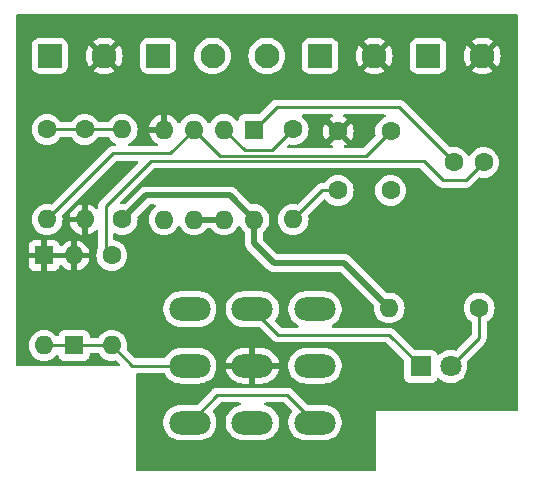
<source format=gbr>
%TF.GenerationSoftware,KiCad,Pcbnew,7.0.9*%
%TF.CreationDate,2023-11-29T23:55:16+08:00*%
%TF.ProjectId,ohmify-overdrive,6f686d69-6679-42d6-9f76-657264726976,rev?*%
%TF.SameCoordinates,Original*%
%TF.FileFunction,Copper,L1,Top*%
%TF.FilePolarity,Positive*%
%FSLAX46Y46*%
G04 Gerber Fmt 4.6, Leading zero omitted, Abs format (unit mm)*
G04 Created by KiCad (PCBNEW 7.0.9) date 2023-11-29 23:55:16*
%MOMM*%
%LPD*%
G01*
G04 APERTURE LIST*
G04 Aperture macros list*
%AMRoundRect*
0 Rectangle with rounded corners*
0 $1 Rounding radius*
0 $2 $3 $4 $5 $6 $7 $8 $9 X,Y pos of 4 corners*
0 Add a 4 corners polygon primitive as box body*
4,1,4,$2,$3,$4,$5,$6,$7,$8,$9,$2,$3,0*
0 Add four circle primitives for the rounded corners*
1,1,$1+$1,$2,$3*
1,1,$1+$1,$4,$5*
1,1,$1+$1,$6,$7*
1,1,$1+$1,$8,$9*
0 Add four rect primitives between the rounded corners*
20,1,$1+$1,$2,$3,$4,$5,0*
20,1,$1+$1,$4,$5,$6,$7,0*
20,1,$1+$1,$6,$7,$8,$9,0*
20,1,$1+$1,$8,$9,$2,$3,0*%
G04 Aperture macros list end*
%TA.AperFunction,ComponentPad*%
%ADD10R,1.600000X1.600000*%
%TD*%
%TA.AperFunction,ComponentPad*%
%ADD11O,1.600000X1.600000*%
%TD*%
%TA.AperFunction,ComponentPad*%
%ADD12C,1.600000*%
%TD*%
%TA.AperFunction,ComponentPad*%
%ADD13O,3.500000X2.000000*%
%TD*%
%TA.AperFunction,ComponentPad*%
%ADD14R,1.800000X1.800000*%
%TD*%
%TA.AperFunction,ComponentPad*%
%ADD15C,1.800000*%
%TD*%
%TA.AperFunction,ComponentPad*%
%ADD16C,2.100000*%
%TD*%
%TA.AperFunction,ComponentPad*%
%ADD17RoundRect,0.250001X-0.799999X-0.799999X0.799999X-0.799999X0.799999X0.799999X-0.799999X0.799999X0*%
%TD*%
%TA.AperFunction,ViaPad*%
%ADD18C,1.600000*%
%TD*%
%TA.AperFunction,Conductor*%
%ADD19C,0.500000*%
%TD*%
%TA.AperFunction,Conductor*%
%ADD20C,0.250000*%
%TD*%
G04 APERTURE END LIST*
D10*
%TO.P,U1,1*%
%TO.N,Net-(C2-Pad1)*%
X156708000Y-111389000D03*
D11*
%TO.P,U1,2,-*%
%TO.N,Net-(U1A--)*%
X154168000Y-111389000D03*
%TO.P,U1,3,+*%
%TO.N,Net-(U1A-+)*%
X151628000Y-111389000D03*
%TO.P,U1,4,V-*%
%TO.N,GND*%
X149088000Y-111389000D03*
%TO.P,U1,5,+*%
%TO.N,VREF*%
X149088000Y-119009000D03*
%TO.P,U1,6,-*%
%TO.N,Net-(U1B--)*%
X151628000Y-119009000D03*
%TO.P,U1,7*%
X154168000Y-119009000D03*
%TO.P,U1,8,V+*%
%TO.N,+9V*%
X156708000Y-119009000D03*
%TD*%
D12*
%TO.P,C3,1*%
%TO.N,GND*%
X163830000Y-111546000D03*
%TO.P,C3,2*%
%TO.N,Net-(C3-Pad2)*%
X163830000Y-116546000D03*
%TD*%
D10*
%TO.P,D2,1,K*%
%TO.N,GND*%
X138938000Y-122047000D03*
D11*
%TO.P,D2,2,A*%
%TO.N,OUTPUT*%
X138938000Y-129667000D03*
%TD*%
D12*
%TO.P,R3,1*%
%TO.N,+9V*%
X145542000Y-118999000D03*
D11*
%TO.P,R3,2*%
%TO.N,VREF*%
X145542000Y-111379000D03*
%TD*%
D10*
%TO.P,D1,1,K*%
%TO.N,OUTPUT*%
X141478000Y-129667000D03*
D11*
%TO.P,D1,2,A*%
%TO.N,GND*%
X141478000Y-122047000D03*
%TD*%
D12*
%TO.P,R5,1*%
%TO.N,Net-(C2-Pad2)*%
X144663000Y-122037000D03*
D11*
%TO.P,R5,2*%
%TO.N,OUTPUT*%
X144663000Y-129657000D03*
%TD*%
D12*
%TO.P,R1,1*%
%TO.N,VREF*%
X139192000Y-111379000D03*
D11*
%TO.P,R1,2*%
%TO.N,Net-(U1A-+)*%
X139192000Y-118999000D03*
%TD*%
D13*
%TO.P,SW1,1*%
%TO.N,Net-(J2-PadT)*%
X151272000Y-126591000D03*
%TO.P,SW1,2*%
%TO.N,OUTPUT*%
X151272000Y-131391000D03*
%TO.P,SW1,3*%
%TO.N,Net-(SW1-Pad3)*%
X151272000Y-136191000D03*
%TO.P,SW1,4*%
%TO.N,Net-(D3-K)*%
X156572000Y-126591000D03*
%TO.P,SW1,5*%
%TO.N,GND*%
X156572000Y-131391000D03*
%TO.P,SW1,6*%
%TO.N,unconnected-(SW1-Pad6)*%
X156572000Y-136191000D03*
%TO.P,SW1,7*%
%TO.N,Net-(J1-PadT)*%
X161872000Y-126591000D03*
%TO.P,SW1,8*%
%TO.N,INPUT*%
X161872000Y-131391000D03*
%TO.P,SW1,9*%
%TO.N,Net-(SW1-Pad3)*%
X161872000Y-136191000D03*
%TD*%
D14*
%TO.P,D3,1,K*%
%TO.N,Net-(D3-K)*%
X170815000Y-131445000D03*
D15*
%TO.P,D3,2,A*%
%TO.N,Net-(D3-A)*%
X173355000Y-131445000D03*
%TD*%
D12*
%TO.P,C2,1*%
%TO.N,Net-(C2-Pad1)*%
X173649000Y-114173000D03*
%TO.P,C2,2*%
%TO.N,Net-(C2-Pad2)*%
X176149000Y-114173000D03*
%TD*%
D16*
%TO.P,J1,S*%
%TO.N,GND*%
X176036000Y-105156000D03*
D17*
%TO.P,J1,T*%
%TO.N,Net-(J1-PadT)*%
X171436000Y-105156000D03*
%TD*%
%TO.P,BT1,1,+*%
%TO.N,+9V*%
X162292000Y-105156000D03*
D16*
%TO.P,BT1,2,-*%
%TO.N,GND*%
X166892000Y-105156000D03*
%TD*%
%TO.P,J2,S*%
%TO.N,GND*%
X144018000Y-105156000D03*
D17*
%TO.P,J2,T*%
%TO.N,Net-(J2-PadT)*%
X139418000Y-105156000D03*
%TD*%
D12*
%TO.P,R2,1*%
%TO.N,VREF*%
X142367000Y-111379000D03*
D11*
%TO.P,R2,2*%
%TO.N,GND*%
X142367000Y-118999000D03*
%TD*%
D12*
%TO.P,C1,1*%
%TO.N,INPUT*%
X168275000Y-116546000D03*
%TO.P,C1,2*%
%TO.N,Net-(U1A-+)*%
X168275000Y-111546000D03*
%TD*%
%TO.P,R4,1*%
%TO.N,Net-(U1A--)*%
X160020000Y-111379000D03*
D11*
%TO.P,R4,2*%
%TO.N,Net-(C3-Pad2)*%
X160020000Y-118999000D03*
%TD*%
D12*
%TO.P,R6,1*%
%TO.N,Net-(D3-A)*%
X175768000Y-126492000D03*
D11*
%TO.P,R6,2*%
%TO.N,+9V*%
X168148000Y-126492000D03*
%TD*%
D17*
%TO.P,RV1,1,1*%
%TO.N,Net-(U1A--)*%
X148590000Y-105156000D03*
D16*
%TO.P,RV1,2,2*%
%TO.N,Net-(C2-Pad1)*%
X153190000Y-105156000D03*
%TO.P,RV1,3,3*%
%TO.N,unconnected-(RV1-Pad3)*%
X157790000Y-105156000D03*
%TD*%
D18*
%TO.N,GND*%
X146050000Y-125222000D03*
X149352000Y-109093000D03*
X140716000Y-125222000D03*
X145669000Y-108331000D03*
X176530000Y-111252000D03*
X174752000Y-111252000D03*
X178308000Y-111252000D03*
X149352000Y-122555000D03*
X147574000Y-108331000D03*
X144272000Y-125222000D03*
X152908000Y-122555000D03*
X154686000Y-122555000D03*
X174752000Y-109474000D03*
X176530000Y-109474000D03*
X172974000Y-109474000D03*
X172974000Y-111252000D03*
X151130000Y-122555000D03*
X138938000Y-125222000D03*
X178308000Y-109474000D03*
X142494000Y-125222000D03*
%TD*%
D19*
%TO.N,+9V*%
X154666000Y-116967000D02*
X156708000Y-119009000D01*
X145542000Y-118999000D02*
X147574000Y-116967000D01*
X156708000Y-119009000D02*
X156708000Y-121021000D01*
X147574000Y-116967000D02*
X154666000Y-116967000D01*
X156708000Y-121021000D02*
X158369000Y-122682000D01*
X164338000Y-122682000D02*
X168148000Y-126492000D01*
X158369000Y-122682000D02*
X164338000Y-122682000D01*
D20*
%TO.N,Net-(U1A-+)*%
X153835000Y-113596000D02*
X151628000Y-111389000D01*
X149606000Y-113411000D02*
X144780000Y-113411000D01*
X168275000Y-111546000D02*
X166225000Y-113596000D01*
X144780000Y-113411000D02*
X139192000Y-118999000D01*
X166225000Y-113596000D02*
X153835000Y-113596000D01*
X151628000Y-111389000D02*
X149606000Y-113411000D01*
%TO.N,Net-(C2-Pad1)*%
X158623000Y-109474000D02*
X168950000Y-109474000D01*
X168950000Y-109474000D02*
X173649000Y-114173000D01*
X156708000Y-111389000D02*
X158623000Y-109474000D01*
%TO.N,Net-(C2-Pad2)*%
X171069000Y-114046000D02*
X147955000Y-114046000D01*
X176149000Y-114173000D02*
X174625000Y-115697000D01*
X144145000Y-117856000D02*
X144145000Y-121519000D01*
X147955000Y-114046000D02*
X144145000Y-117856000D01*
X172720000Y-115697000D02*
X171069000Y-114046000D01*
X144145000Y-121519000D02*
X144663000Y-122037000D01*
X174625000Y-115697000D02*
X172720000Y-115697000D01*
%TO.N,Net-(C3-Pad2)*%
X163830000Y-116546000D02*
X162473000Y-116546000D01*
X162473000Y-116546000D02*
X160020000Y-118999000D01*
%TO.N,OUTPUT*%
X151272000Y-131391000D02*
X146397000Y-131391000D01*
X144663000Y-129657000D02*
X138948000Y-129657000D01*
X138948000Y-129657000D02*
X138938000Y-129667000D01*
X146397000Y-131391000D02*
X144663000Y-129657000D01*
%TO.N,Net-(D3-K)*%
X158759000Y-128778000D02*
X156572000Y-126591000D01*
X170815000Y-131445000D02*
X168148000Y-128778000D01*
X168148000Y-128778000D02*
X158759000Y-128778000D01*
%TO.N,Net-(D3-A)*%
X175768000Y-126492000D02*
X175768000Y-129032000D01*
X175768000Y-129032000D02*
X173355000Y-131445000D01*
%TO.N,VREF*%
X139192000Y-111379000D02*
X145542000Y-111379000D01*
%TO.N,Net-(U1A--)*%
X158253000Y-113146000D02*
X160020000Y-111379000D01*
X154168000Y-111389000D02*
X155925000Y-113146000D01*
X155925000Y-113146000D02*
X158253000Y-113146000D01*
%TO.N,Net-(SW1-Pad3)*%
X159539000Y-133858000D02*
X161872000Y-136191000D01*
X151272000Y-136191000D02*
X153605000Y-133858000D01*
X153605000Y-133858000D02*
X159539000Y-133858000D01*
D19*
%TO.N,Net-(U1B--)*%
X151628000Y-119009000D02*
X154168000Y-119009000D01*
%TD*%
%TA.AperFunction,Conductor*%
%TO.N,GND*%
G36*
X163363678Y-110119185D02*
G01*
X163409433Y-110171989D01*
X163419377Y-110241147D01*
X163390352Y-110304703D01*
X163349044Y-110335882D01*
X163177513Y-110415868D01*
X163104527Y-110466972D01*
X163104526Y-110466973D01*
X163785600Y-111148046D01*
X163704852Y-111160835D01*
X163591955Y-111218359D01*
X163502359Y-111307955D01*
X163444835Y-111420852D01*
X163432046Y-111501599D01*
X162750973Y-110820526D01*
X162750972Y-110820527D01*
X162699868Y-110893513D01*
X162603734Y-111099673D01*
X162603730Y-111099682D01*
X162544860Y-111319389D01*
X162544858Y-111319400D01*
X162525034Y-111545997D01*
X162525034Y-111546002D01*
X162544858Y-111772599D01*
X162544860Y-111772610D01*
X162603730Y-111992317D01*
X162603734Y-111992326D01*
X162699865Y-112198481D01*
X162699866Y-112198483D01*
X162750973Y-112271471D01*
X162750974Y-112271472D01*
X163432046Y-111590399D01*
X163444835Y-111671148D01*
X163502359Y-111784045D01*
X163591955Y-111873641D01*
X163704852Y-111931165D01*
X163785599Y-111943953D01*
X163104526Y-112625025D01*
X163104526Y-112625026D01*
X163177512Y-112676131D01*
X163177516Y-112676133D01*
X163301865Y-112734118D01*
X163354304Y-112780290D01*
X163373456Y-112847484D01*
X163353240Y-112914365D01*
X163300075Y-112959699D01*
X163249460Y-112970500D01*
X159612452Y-112970500D01*
X159545413Y-112950815D01*
X159499658Y-112898011D01*
X159489714Y-112828853D01*
X159518739Y-112765297D01*
X159524756Y-112758833D01*
X159605180Y-112678409D01*
X159666499Y-112644927D01*
X159724947Y-112646317D01*
X159793308Y-112664635D01*
X159929703Y-112676568D01*
X160019998Y-112684468D01*
X160020000Y-112684468D01*
X160020002Y-112684468D01*
X160089220Y-112678412D01*
X160246692Y-112664635D01*
X160466496Y-112605739D01*
X160672734Y-112509568D01*
X160859139Y-112379047D01*
X161020047Y-112218139D01*
X161150568Y-112031734D01*
X161246739Y-111825496D01*
X161305635Y-111605692D01*
X161325468Y-111379000D01*
X161305635Y-111152308D01*
X161249464Y-110942673D01*
X161246741Y-110932511D01*
X161246738Y-110932502D01*
X161228557Y-110893513D01*
X161150568Y-110726266D01*
X161024313Y-110545953D01*
X161020045Y-110539858D01*
X160859141Y-110378954D01*
X160782193Y-110325075D01*
X160738568Y-110270499D01*
X160731374Y-110201000D01*
X160762897Y-110138645D01*
X160823126Y-110103231D01*
X160853316Y-110099500D01*
X163296639Y-110099500D01*
X163363678Y-110119185D01*
G37*
%TD.AperFunction*%
%TA.AperFunction,Conductor*%
G36*
X167807495Y-110119185D02*
G01*
X167853250Y-110171989D01*
X167863194Y-110241147D01*
X167834169Y-110304703D01*
X167792861Y-110335881D01*
X167733430Y-110363595D01*
X167622267Y-110415431D01*
X167622265Y-110415432D01*
X167435858Y-110545954D01*
X167274954Y-110706858D01*
X167144432Y-110893265D01*
X167144431Y-110893267D01*
X167048261Y-111099502D01*
X167048258Y-111099511D01*
X166989366Y-111319302D01*
X166989364Y-111319313D01*
X166972244Y-111515000D01*
X166969532Y-111546000D01*
X166989364Y-111772686D01*
X166989365Y-111772691D01*
X166989366Y-111772697D01*
X167007680Y-111841048D01*
X167006017Y-111910897D01*
X166975586Y-111960821D01*
X166002228Y-112934181D01*
X165940905Y-112967666D01*
X165914547Y-112970500D01*
X164410541Y-112970500D01*
X164343502Y-112950815D01*
X164297747Y-112898011D01*
X164287803Y-112828853D01*
X164316828Y-112765297D01*
X164358136Y-112734118D01*
X164482480Y-112676135D01*
X164555472Y-112625025D01*
X163874401Y-111943953D01*
X163955148Y-111931165D01*
X164068045Y-111873641D01*
X164157641Y-111784045D01*
X164215165Y-111671148D01*
X164227953Y-111590400D01*
X164909025Y-112271472D01*
X164960136Y-112198478D01*
X165056264Y-111992331D01*
X165056269Y-111992317D01*
X165115139Y-111772610D01*
X165115141Y-111772599D01*
X165134966Y-111546002D01*
X165134966Y-111545997D01*
X165115141Y-111319400D01*
X165115139Y-111319389D01*
X165056269Y-111099682D01*
X165056265Y-111099673D01*
X164960133Y-110893516D01*
X164960131Y-110893512D01*
X164909026Y-110820526D01*
X164909025Y-110820526D01*
X164227953Y-111501598D01*
X164215165Y-111420852D01*
X164157641Y-111307955D01*
X164068045Y-111218359D01*
X163955148Y-111160835D01*
X163874400Y-111148046D01*
X164555472Y-110466974D01*
X164555471Y-110466973D01*
X164482483Y-110415866D01*
X164482481Y-110415865D01*
X164310956Y-110335882D01*
X164258517Y-110289710D01*
X164239365Y-110222516D01*
X164259581Y-110155635D01*
X164312746Y-110110301D01*
X164363361Y-110099500D01*
X167740456Y-110099500D01*
X167807495Y-110119185D01*
G37*
%TD.AperFunction*%
%TA.AperFunction,Conductor*%
G36*
X141150359Y-121808955D02*
G01*
X141092835Y-121921852D01*
X141073014Y-122047000D01*
X141092835Y-122172148D01*
X141150359Y-122285045D01*
X141162314Y-122297000D01*
X139253686Y-122297000D01*
X139265641Y-122285045D01*
X139323165Y-122172148D01*
X139342986Y-122047000D01*
X139323165Y-121921852D01*
X139265641Y-121808955D01*
X139253686Y-121797000D01*
X141162314Y-121797000D01*
X141150359Y-121808955D01*
G37*
%TD.AperFunction*%
%TA.AperFunction,Conductor*%
G36*
X179013039Y-101619685D02*
G01*
X179058794Y-101672489D01*
X179070000Y-101724000D01*
X179070000Y-135131000D01*
X179050315Y-135198039D01*
X178997511Y-135243794D01*
X178946000Y-135255000D01*
X167005000Y-135255000D01*
X167005000Y-140211000D01*
X166985315Y-140278039D01*
X166932511Y-140323794D01*
X166881000Y-140335000D01*
X146809000Y-140335000D01*
X146741961Y-140315315D01*
X146696206Y-140262511D01*
X146685000Y-140211000D01*
X146685000Y-136315335D01*
X149021500Y-136315335D01*
X149033451Y-136386953D01*
X149062429Y-136560616D01*
X149143169Y-136795802D01*
X149143172Y-136795811D01*
X149213788Y-136926297D01*
X149261526Y-137014509D01*
X149414262Y-137210744D01*
X149526438Y-137314009D01*
X149597217Y-137379166D01*
X149805393Y-137515173D01*
X150033118Y-137615063D01*
X150274175Y-137676107D01*
X150274179Y-137676108D01*
X150274181Y-137676108D01*
X150274186Y-137676109D01*
X150407376Y-137687145D01*
X150459933Y-137691500D01*
X150459935Y-137691500D01*
X152084065Y-137691500D01*
X152084067Y-137691500D01*
X152145284Y-137686427D01*
X152269813Y-137676109D01*
X152269816Y-137676108D01*
X152269821Y-137676108D01*
X152510881Y-137615063D01*
X152738607Y-137515173D01*
X152946785Y-137379164D01*
X153129738Y-137210744D01*
X153282474Y-137014509D01*
X153400828Y-136795810D01*
X153481571Y-136560614D01*
X153522500Y-136315335D01*
X153522500Y-136066665D01*
X153481571Y-135821386D01*
X153400828Y-135586190D01*
X153282474Y-135367491D01*
X153217390Y-135283871D01*
X153191747Y-135218877D01*
X153205313Y-135150337D01*
X153227558Y-135120031D01*
X153827772Y-134519819D01*
X153889095Y-134486334D01*
X153915453Y-134483500D01*
X155457597Y-134483500D01*
X155524636Y-134503185D01*
X155570391Y-134555989D01*
X155580335Y-134625147D01*
X155551310Y-134688703D01*
X155492532Y-134726477D01*
X155488037Y-134727706D01*
X155333118Y-134766936D01*
X155105393Y-134866826D01*
X154897217Y-135002833D01*
X154714261Y-135171257D01*
X154561524Y-135367493D01*
X154443172Y-135586188D01*
X154443169Y-135586197D01*
X154362429Y-135821383D01*
X154358808Y-135843083D01*
X154321500Y-136066665D01*
X154321500Y-136315335D01*
X154333451Y-136386953D01*
X154362429Y-136560616D01*
X154443169Y-136795802D01*
X154443172Y-136795811D01*
X154513788Y-136926297D01*
X154561526Y-137014509D01*
X154714262Y-137210744D01*
X154826438Y-137314009D01*
X154897217Y-137379166D01*
X155105393Y-137515173D01*
X155333118Y-137615063D01*
X155574175Y-137676107D01*
X155574179Y-137676108D01*
X155574181Y-137676108D01*
X155574186Y-137676109D01*
X155707376Y-137687145D01*
X155759933Y-137691500D01*
X155759935Y-137691500D01*
X157384065Y-137691500D01*
X157384067Y-137691500D01*
X157445284Y-137686427D01*
X157569813Y-137676109D01*
X157569816Y-137676108D01*
X157569821Y-137676108D01*
X157810881Y-137615063D01*
X158038607Y-137515173D01*
X158246785Y-137379164D01*
X158429738Y-137210744D01*
X158582474Y-137014509D01*
X158700828Y-136795810D01*
X158781571Y-136560614D01*
X158822500Y-136315335D01*
X158822500Y-136066665D01*
X158781571Y-135821386D01*
X158700828Y-135586190D01*
X158582474Y-135367491D01*
X158429738Y-135171256D01*
X158246785Y-135002836D01*
X158246782Y-135002833D01*
X158038606Y-134866826D01*
X157810881Y-134766936D01*
X157655963Y-134727706D01*
X157595807Y-134692166D01*
X157564415Y-134629746D01*
X157571753Y-134560262D01*
X157615492Y-134505777D01*
X157681745Y-134483588D01*
X157686403Y-134483500D01*
X159228548Y-134483500D01*
X159295587Y-134503185D01*
X159316229Y-134519819D01*
X159916436Y-135120027D01*
X159949921Y-135181350D01*
X159944937Y-135251042D01*
X159926609Y-135283869D01*
X159861531Y-135367483D01*
X159861527Y-135367488D01*
X159743172Y-135586188D01*
X159743169Y-135586197D01*
X159662429Y-135821383D01*
X159658808Y-135843083D01*
X159621500Y-136066665D01*
X159621500Y-136315335D01*
X159633451Y-136386953D01*
X159662429Y-136560616D01*
X159743169Y-136795802D01*
X159743172Y-136795811D01*
X159813788Y-136926297D01*
X159861526Y-137014509D01*
X160014262Y-137210744D01*
X160126438Y-137314009D01*
X160197217Y-137379166D01*
X160405393Y-137515173D01*
X160633118Y-137615063D01*
X160874175Y-137676107D01*
X160874179Y-137676108D01*
X160874181Y-137676108D01*
X160874186Y-137676109D01*
X161007376Y-137687145D01*
X161059933Y-137691500D01*
X161059935Y-137691500D01*
X162684065Y-137691500D01*
X162684067Y-137691500D01*
X162745284Y-137686427D01*
X162869813Y-137676109D01*
X162869816Y-137676108D01*
X162869821Y-137676108D01*
X163110881Y-137615063D01*
X163338607Y-137515173D01*
X163546785Y-137379164D01*
X163729738Y-137210744D01*
X163882474Y-137014509D01*
X164000828Y-136795810D01*
X164081571Y-136560614D01*
X164122500Y-136315335D01*
X164122500Y-136066665D01*
X164081571Y-135821386D01*
X164000828Y-135586190D01*
X163882474Y-135367491D01*
X163729738Y-135171256D01*
X163546785Y-135002836D01*
X163546782Y-135002833D01*
X163338606Y-134866826D01*
X163110881Y-134766936D01*
X162869824Y-134705892D01*
X162869813Y-134705890D01*
X162704173Y-134692166D01*
X162684067Y-134690500D01*
X162684065Y-134690500D01*
X161307453Y-134690500D01*
X161240414Y-134670815D01*
X161219772Y-134654181D01*
X160039803Y-133474212D01*
X160029980Y-133461950D01*
X160029759Y-133462134D01*
X160024786Y-133456123D01*
X160006159Y-133438631D01*
X159974364Y-133408773D01*
X159963919Y-133398328D01*
X159953475Y-133387883D01*
X159947986Y-133383625D01*
X159943561Y-133379847D01*
X159909582Y-133347938D01*
X159909580Y-133347936D01*
X159909577Y-133347935D01*
X159892029Y-133338288D01*
X159875763Y-133327604D01*
X159859933Y-133315325D01*
X159817168Y-133296818D01*
X159811922Y-133294248D01*
X159771093Y-133271803D01*
X159771092Y-133271802D01*
X159751693Y-133266822D01*
X159733281Y-133260518D01*
X159714898Y-133252562D01*
X159714892Y-133252560D01*
X159668874Y-133245272D01*
X159663152Y-133244087D01*
X159618021Y-133232500D01*
X159618019Y-133232500D01*
X159597984Y-133232500D01*
X159578586Y-133230973D01*
X159571162Y-133229797D01*
X159558805Y-133227840D01*
X159558804Y-133227840D01*
X159512416Y-133232225D01*
X159506578Y-133232500D01*
X153687737Y-133232500D01*
X153672120Y-133230776D01*
X153672093Y-133231062D01*
X153664331Y-133230327D01*
X153595203Y-133232500D01*
X153565650Y-133232500D01*
X153564929Y-133232590D01*
X153558757Y-133233369D01*
X153552945Y-133233826D01*
X153506373Y-133235290D01*
X153506372Y-133235290D01*
X153487129Y-133240881D01*
X153468079Y-133244825D01*
X153448211Y-133247334D01*
X153448209Y-133247335D01*
X153404884Y-133264488D01*
X153399357Y-133266380D01*
X153354610Y-133279381D01*
X153354609Y-133279382D01*
X153337367Y-133289579D01*
X153319899Y-133298137D01*
X153301269Y-133305513D01*
X153301267Y-133305514D01*
X153263576Y-133332898D01*
X153258694Y-133336105D01*
X153218579Y-133359830D01*
X153204408Y-133374000D01*
X153189623Y-133386628D01*
X153173412Y-133398407D01*
X153143709Y-133434310D01*
X153139777Y-133438631D01*
X151924228Y-134654181D01*
X151862905Y-134687666D01*
X151836547Y-134690500D01*
X150459933Y-134690500D01*
X150440521Y-134692108D01*
X150274186Y-134705890D01*
X150274175Y-134705892D01*
X150033118Y-134766936D01*
X149805393Y-134866826D01*
X149597217Y-135002833D01*
X149414261Y-135171257D01*
X149261524Y-135367493D01*
X149143172Y-135586188D01*
X149143169Y-135586197D01*
X149062429Y-135821383D01*
X149058808Y-135843083D01*
X149021500Y-136066665D01*
X149021500Y-136315335D01*
X146685000Y-136315335D01*
X146685000Y-132140500D01*
X146704685Y-132073461D01*
X146757489Y-132027706D01*
X146809000Y-132016500D01*
X149080481Y-132016500D01*
X149147520Y-132036185D01*
X149189536Y-132081483D01*
X149261524Y-132214506D01*
X149261527Y-132214511D01*
X149334407Y-132308147D01*
X149414262Y-132410744D01*
X149538775Y-132525366D01*
X149597217Y-132579166D01*
X149805393Y-132715173D01*
X150033118Y-132815063D01*
X150153303Y-132845498D01*
X150274179Y-132876108D01*
X150274181Y-132876108D01*
X150274186Y-132876109D01*
X150407376Y-132887145D01*
X150459933Y-132891500D01*
X150459935Y-132891500D01*
X152084065Y-132891500D01*
X152084067Y-132891500D01*
X152145284Y-132886427D01*
X152269813Y-132876109D01*
X152269816Y-132876108D01*
X152269821Y-132876108D01*
X152510881Y-132815063D01*
X152738607Y-132715173D01*
X152946785Y-132579164D01*
X153129738Y-132410744D01*
X153282474Y-132214509D01*
X153400828Y-131995810D01*
X153481571Y-131760614D01*
X153522500Y-131515335D01*
X153522500Y-131266665D01*
X153501530Y-131140999D01*
X154342976Y-131140999D01*
X154342978Y-131141000D01*
X155388314Y-131141000D01*
X155362507Y-131181156D01*
X155322000Y-131319111D01*
X155322000Y-131462889D01*
X155362507Y-131600844D01*
X155388314Y-131641000D01*
X154342977Y-131641000D01*
X154362916Y-131760492D01*
X154443630Y-131995603D01*
X154443635Y-131995614D01*
X154561942Y-132214228D01*
X154561948Y-132214237D01*
X154714626Y-132410397D01*
X154714635Y-132410407D01*
X154897522Y-132578767D01*
X154897521Y-132578767D01*
X155105632Y-132714732D01*
X155333282Y-132814587D01*
X155574261Y-132875612D01*
X155574269Y-132875614D01*
X155759959Y-132891000D01*
X156322000Y-132891000D01*
X156322000Y-131891000D01*
X156822000Y-131891000D01*
X156822000Y-132891000D01*
X157384041Y-132891000D01*
X157569730Y-132875614D01*
X157569738Y-132875612D01*
X157810717Y-132814587D01*
X158038367Y-132714732D01*
X158246478Y-132578767D01*
X158429364Y-132410407D01*
X158429373Y-132410397D01*
X158582051Y-132214237D01*
X158582057Y-132214228D01*
X158700364Y-131995614D01*
X158700369Y-131995603D01*
X158781083Y-131760492D01*
X158801023Y-131641000D01*
X157755686Y-131641000D01*
X157781493Y-131600844D01*
X157806601Y-131515334D01*
X159621500Y-131515334D01*
X159662429Y-131760616D01*
X159743169Y-131995802D01*
X159743172Y-131995811D01*
X159861524Y-132214506D01*
X159861526Y-132214509D01*
X160014262Y-132410744D01*
X160138775Y-132525366D01*
X160197217Y-132579166D01*
X160405393Y-132715173D01*
X160633118Y-132815063D01*
X160753303Y-132845498D01*
X160874179Y-132876108D01*
X160874181Y-132876108D01*
X160874186Y-132876109D01*
X161007376Y-132887145D01*
X161059933Y-132891500D01*
X161059935Y-132891500D01*
X162684065Y-132891500D01*
X162684067Y-132891500D01*
X162745284Y-132886427D01*
X162869813Y-132876109D01*
X162869816Y-132876108D01*
X162869821Y-132876108D01*
X163110881Y-132815063D01*
X163338607Y-132715173D01*
X163546785Y-132579164D01*
X163729738Y-132410744D01*
X163882474Y-132214509D01*
X164000828Y-131995810D01*
X164081571Y-131760614D01*
X164122500Y-131515335D01*
X164122500Y-131266665D01*
X164081571Y-131021386D01*
X164000828Y-130786190D01*
X163882474Y-130567491D01*
X163729738Y-130371256D01*
X163546785Y-130202836D01*
X163546782Y-130202833D01*
X163338606Y-130066826D01*
X163110881Y-129966936D01*
X162869824Y-129905892D01*
X162869813Y-129905890D01*
X162704548Y-129892197D01*
X162684067Y-129890500D01*
X161059933Y-129890500D01*
X161040521Y-129892108D01*
X160874186Y-129905890D01*
X160874175Y-129905892D01*
X160633118Y-129966936D01*
X160405393Y-130066826D01*
X160197217Y-130202833D01*
X160014261Y-130371257D01*
X159861524Y-130567493D01*
X159743172Y-130786188D01*
X159743169Y-130786197D01*
X159662429Y-131021383D01*
X159621500Y-131266665D01*
X159621500Y-131515334D01*
X157806601Y-131515334D01*
X157822000Y-131462889D01*
X157822000Y-131319111D01*
X157781493Y-131181156D01*
X157755686Y-131141000D01*
X158801022Y-131141000D01*
X158801023Y-131140999D01*
X158781083Y-131021507D01*
X158700369Y-130786396D01*
X158700364Y-130786385D01*
X158582057Y-130567771D01*
X158582051Y-130567762D01*
X158429373Y-130371602D01*
X158429364Y-130371592D01*
X158246477Y-130203232D01*
X158246478Y-130203232D01*
X158038367Y-130067267D01*
X157810717Y-129967412D01*
X157569738Y-129906387D01*
X157569730Y-129906385D01*
X157384041Y-129891000D01*
X156822000Y-129891000D01*
X156822000Y-130891000D01*
X156322000Y-130891000D01*
X156322000Y-129891000D01*
X155759959Y-129891000D01*
X155574269Y-129906385D01*
X155574261Y-129906387D01*
X155333282Y-129967412D01*
X155105632Y-130067267D01*
X154897521Y-130203232D01*
X154714635Y-130371592D01*
X154714626Y-130371602D01*
X154561948Y-130567762D01*
X154561942Y-130567771D01*
X154443635Y-130786385D01*
X154443630Y-130786396D01*
X154362916Y-131021507D01*
X154342976Y-131140999D01*
X153501530Y-131140999D01*
X153481571Y-131021386D01*
X153400828Y-130786190D01*
X153282474Y-130567491D01*
X153129738Y-130371256D01*
X152946785Y-130202836D01*
X152946782Y-130202833D01*
X152738606Y-130066826D01*
X152510881Y-129966936D01*
X152269824Y-129905892D01*
X152269813Y-129905890D01*
X152104548Y-129892197D01*
X152084067Y-129890500D01*
X150459933Y-129890500D01*
X150440521Y-129892108D01*
X150274186Y-129905890D01*
X150274175Y-129905892D01*
X150033118Y-129966936D01*
X149805393Y-130066826D01*
X149597217Y-130202833D01*
X149414260Y-130371258D01*
X149261527Y-130567488D01*
X149261524Y-130567493D01*
X149189536Y-130700517D01*
X149140317Y-130750108D01*
X149080481Y-130765500D01*
X146707453Y-130765500D01*
X146640414Y-130745815D01*
X146619772Y-130729181D01*
X145962413Y-130071822D01*
X145928928Y-130010499D01*
X145930319Y-129952048D01*
X145948635Y-129883692D01*
X145968468Y-129657000D01*
X145948635Y-129430308D01*
X145892420Y-129220511D01*
X145889741Y-129210511D01*
X145889738Y-129210502D01*
X145875457Y-129179877D01*
X145793568Y-129004266D01*
X145663934Y-128819128D01*
X145663045Y-128817858D01*
X145502141Y-128656954D01*
X145315734Y-128526432D01*
X145315732Y-128526431D01*
X145109497Y-128430261D01*
X145109488Y-128430258D01*
X144889697Y-128371366D01*
X144889693Y-128371365D01*
X144889692Y-128371365D01*
X144889691Y-128371364D01*
X144889686Y-128371364D01*
X144663002Y-128351532D01*
X144662998Y-128351532D01*
X144436313Y-128371364D01*
X144436302Y-128371366D01*
X144216511Y-128430258D01*
X144216502Y-128430261D01*
X144010267Y-128526431D01*
X144010265Y-128526432D01*
X143823858Y-128656954D01*
X143662954Y-128817858D01*
X143550387Y-128978623D01*
X143495811Y-129022248D01*
X143448812Y-129031500D01*
X142902499Y-129031500D01*
X142835460Y-129011815D01*
X142789705Y-128959011D01*
X142778499Y-128907500D01*
X142778499Y-128819129D01*
X142778498Y-128819123D01*
X142778362Y-128817861D01*
X142772091Y-128759517D01*
X142737567Y-128666954D01*
X142721797Y-128624671D01*
X142721793Y-128624664D01*
X142635547Y-128509455D01*
X142635544Y-128509452D01*
X142520335Y-128423206D01*
X142520328Y-128423202D01*
X142385482Y-128372908D01*
X142385483Y-128372908D01*
X142325883Y-128366501D01*
X142325881Y-128366500D01*
X142325873Y-128366500D01*
X142325864Y-128366500D01*
X140630129Y-128366500D01*
X140630123Y-128366501D01*
X140570516Y-128372908D01*
X140435671Y-128423202D01*
X140435664Y-128423206D01*
X140320455Y-128509452D01*
X140320452Y-128509455D01*
X140234206Y-128624664D01*
X140234202Y-128624671D01*
X140183908Y-128759516D01*
X140180137Y-128794596D01*
X140153398Y-128859146D01*
X140096006Y-128898994D01*
X140026180Y-128901487D01*
X139966092Y-128865834D01*
X139955273Y-128852462D01*
X139938045Y-128827858D01*
X139777141Y-128666954D01*
X139590734Y-128536432D01*
X139590732Y-128536431D01*
X139384497Y-128440261D01*
X139384488Y-128440258D01*
X139164697Y-128381366D01*
X139164693Y-128381365D01*
X139164692Y-128381365D01*
X139164691Y-128381364D01*
X139164686Y-128381364D01*
X138938002Y-128361532D01*
X138937998Y-128361532D01*
X138711313Y-128381364D01*
X138711302Y-128381366D01*
X138491511Y-128440258D01*
X138491502Y-128440261D01*
X138285267Y-128536431D01*
X138285265Y-128536432D01*
X138098858Y-128666954D01*
X137937954Y-128827858D01*
X137807432Y-129014265D01*
X137807431Y-129014267D01*
X137711261Y-129220502D01*
X137711258Y-129220511D01*
X137652366Y-129440302D01*
X137652364Y-129440313D01*
X137632532Y-129666998D01*
X137632532Y-129667001D01*
X137652364Y-129893686D01*
X137652366Y-129893697D01*
X137711258Y-130113488D01*
X137711261Y-130113497D01*
X137807431Y-130319732D01*
X137807432Y-130319734D01*
X137937954Y-130506141D01*
X138098858Y-130667045D01*
X138098861Y-130667047D01*
X138285266Y-130797568D01*
X138491504Y-130893739D01*
X138711308Y-130952635D01*
X138864619Y-130966048D01*
X138937998Y-130972468D01*
X138938000Y-130972468D01*
X138938002Y-130972468D01*
X138994807Y-130967498D01*
X139164692Y-130952635D01*
X139384496Y-130893739D01*
X139590734Y-130797568D01*
X139777139Y-130667047D01*
X139938047Y-130506139D01*
X139955272Y-130481539D01*
X140009848Y-130437913D01*
X140079346Y-130430718D01*
X140141701Y-130462239D01*
X140177116Y-130522468D01*
X140180138Y-130539406D01*
X140183908Y-130574483D01*
X140234202Y-130709328D01*
X140234206Y-130709335D01*
X140320452Y-130824544D01*
X140320455Y-130824547D01*
X140435664Y-130910793D01*
X140435671Y-130910797D01*
X140570517Y-130961091D01*
X140570516Y-130961091D01*
X140577444Y-130961835D01*
X140630127Y-130967500D01*
X142325872Y-130967499D01*
X142385483Y-130961091D01*
X142520331Y-130910796D01*
X142635546Y-130824546D01*
X142721796Y-130709331D01*
X142772091Y-130574483D01*
X142778500Y-130514873D01*
X142778500Y-130406500D01*
X142798185Y-130339461D01*
X142850989Y-130293706D01*
X142902500Y-130282500D01*
X143448812Y-130282500D01*
X143515851Y-130302185D01*
X143550387Y-130335377D01*
X143662954Y-130496141D01*
X143823858Y-130657045D01*
X143823861Y-130657047D01*
X144010266Y-130787568D01*
X144216504Y-130883739D01*
X144216509Y-130883740D01*
X144216511Y-130883741D01*
X144250212Y-130892771D01*
X144436308Y-130942635D01*
X144593791Y-130956413D01*
X144662998Y-130962468D01*
X144663000Y-130962468D01*
X144663002Y-130962468D01*
X144719673Y-130957509D01*
X144889692Y-130942635D01*
X144958048Y-130924319D01*
X145027897Y-130925982D01*
X145077822Y-130956413D01*
X145354728Y-131233319D01*
X145388213Y-131294642D01*
X145383229Y-131364334D01*
X145341357Y-131420267D01*
X145275893Y-131444684D01*
X145267047Y-131445000D01*
X136649000Y-131445000D01*
X136581961Y-131425315D01*
X136536206Y-131372511D01*
X136525000Y-131321000D01*
X136525000Y-126715334D01*
X149021500Y-126715334D01*
X149062429Y-126960616D01*
X149143169Y-127195802D01*
X149143172Y-127195811D01*
X149216408Y-127331139D01*
X149261526Y-127414509D01*
X149414262Y-127610744D01*
X149517942Y-127706188D01*
X149597217Y-127779166D01*
X149805393Y-127915173D01*
X150033118Y-128015063D01*
X150078831Y-128026639D01*
X150274179Y-128076108D01*
X150274181Y-128076108D01*
X150274186Y-128076109D01*
X150407376Y-128087145D01*
X150459933Y-128091500D01*
X150459935Y-128091500D01*
X152084065Y-128091500D01*
X152084067Y-128091500D01*
X152145284Y-128086427D01*
X152269813Y-128076109D01*
X152269816Y-128076108D01*
X152269821Y-128076108D01*
X152510881Y-128015063D01*
X152738607Y-127915173D01*
X152946785Y-127779164D01*
X153129738Y-127610744D01*
X153282474Y-127414509D01*
X153400828Y-127195810D01*
X153481571Y-126960614D01*
X153522500Y-126715335D01*
X153522500Y-126715334D01*
X154321500Y-126715334D01*
X154362429Y-126960616D01*
X154443169Y-127195802D01*
X154443172Y-127195811D01*
X154516408Y-127331139D01*
X154561526Y-127414509D01*
X154714262Y-127610744D01*
X154817942Y-127706188D01*
X154897217Y-127779166D01*
X155105393Y-127915173D01*
X155333118Y-128015063D01*
X155378831Y-128026639D01*
X155574179Y-128076108D01*
X155574181Y-128076108D01*
X155574186Y-128076109D01*
X155707376Y-128087145D01*
X155759933Y-128091500D01*
X157136548Y-128091500D01*
X157203587Y-128111185D01*
X157224229Y-128127819D01*
X158258197Y-129161788D01*
X158268022Y-129174051D01*
X158268243Y-129173869D01*
X158273214Y-129179878D01*
X158299217Y-129204295D01*
X158323635Y-129227226D01*
X158344529Y-129248120D01*
X158350011Y-129252373D01*
X158354443Y-129256157D01*
X158388418Y-129288062D01*
X158405976Y-129297714D01*
X158422233Y-129308393D01*
X158438064Y-129320673D01*
X158457737Y-129329186D01*
X158480833Y-129339182D01*
X158486077Y-129341750D01*
X158526908Y-129364197D01*
X158539523Y-129367435D01*
X158546305Y-129369177D01*
X158564719Y-129375481D01*
X158583104Y-129383438D01*
X158629157Y-129390732D01*
X158634826Y-129391906D01*
X158679981Y-129403500D01*
X158700016Y-129403500D01*
X158719413Y-129405026D01*
X158739196Y-129408160D01*
X158785584Y-129403775D01*
X158791422Y-129403500D01*
X167837548Y-129403500D01*
X167904587Y-129423185D01*
X167925229Y-129439819D01*
X169378181Y-130892771D01*
X169411666Y-130954094D01*
X169414500Y-130980452D01*
X169414500Y-132392870D01*
X169414501Y-132392876D01*
X169420908Y-132452483D01*
X169471202Y-132587328D01*
X169471206Y-132587335D01*
X169557452Y-132702544D01*
X169557455Y-132702547D01*
X169672664Y-132788793D01*
X169672671Y-132788797D01*
X169807517Y-132839091D01*
X169807516Y-132839091D01*
X169814444Y-132839835D01*
X169867127Y-132845500D01*
X171762872Y-132845499D01*
X171822483Y-132839091D01*
X171957331Y-132788796D01*
X172072546Y-132702546D01*
X172158796Y-132587331D01*
X172170028Y-132557216D01*
X172187455Y-132510493D01*
X172229326Y-132454559D01*
X172294790Y-132430141D01*
X172363063Y-132444992D01*
X172394866Y-132469843D01*
X172402302Y-132477920D01*
X172403215Y-132478912D01*
X172403222Y-132478918D01*
X172586365Y-132621464D01*
X172586371Y-132621468D01*
X172586374Y-132621470D01*
X172790497Y-132731936D01*
X172904487Y-132771068D01*
X173010015Y-132807297D01*
X173010017Y-132807297D01*
X173010019Y-132807298D01*
X173238951Y-132845500D01*
X173238952Y-132845500D01*
X173471048Y-132845500D01*
X173471049Y-132845500D01*
X173699981Y-132807298D01*
X173919503Y-132731936D01*
X174123626Y-132621470D01*
X174306784Y-132478913D01*
X174463979Y-132308153D01*
X174590924Y-132113849D01*
X174684157Y-131901300D01*
X174741134Y-131676305D01*
X174741135Y-131676297D01*
X174760300Y-131445006D01*
X174760300Y-131444993D01*
X174741135Y-131213702D01*
X174741132Y-131213686D01*
X174731740Y-131176602D01*
X174703823Y-131066361D01*
X174706447Y-130996544D01*
X174736345Y-130948243D01*
X176151787Y-129532802D01*
X176164042Y-129522986D01*
X176163859Y-129522764D01*
X176169866Y-129517792D01*
X176169877Y-129517786D01*
X176200775Y-129484882D01*
X176217227Y-129467364D01*
X176227671Y-129456918D01*
X176238120Y-129446471D01*
X176242379Y-129440978D01*
X176246152Y-129436561D01*
X176278062Y-129402582D01*
X176287713Y-129385024D01*
X176298396Y-129368761D01*
X176310673Y-129352936D01*
X176329185Y-129310153D01*
X176331738Y-129304941D01*
X176354197Y-129264092D01*
X176359180Y-129244680D01*
X176365481Y-129226280D01*
X176373437Y-129207896D01*
X176380729Y-129161852D01*
X176381906Y-129156171D01*
X176393500Y-129111019D01*
X176393500Y-129090983D01*
X176395027Y-129071582D01*
X176398160Y-129051804D01*
X176393775Y-129005415D01*
X176393500Y-128999577D01*
X176393500Y-127706188D01*
X176413185Y-127639149D01*
X176446377Y-127604613D01*
X176494836Y-127570681D01*
X176607139Y-127492047D01*
X176768047Y-127331139D01*
X176898568Y-127144734D01*
X176994739Y-126938496D01*
X177053635Y-126718692D01*
X177073468Y-126492000D01*
X177071251Y-126466665D01*
X177053635Y-126265313D01*
X177053635Y-126265308D01*
X176994739Y-126045504D01*
X176898568Y-125839266D01*
X176768047Y-125652861D01*
X176768045Y-125652858D01*
X176607141Y-125491954D01*
X176420734Y-125361432D01*
X176420732Y-125361431D01*
X176214497Y-125265261D01*
X176214488Y-125265258D01*
X175994697Y-125206366D01*
X175994693Y-125206365D01*
X175994692Y-125206365D01*
X175994691Y-125206364D01*
X175994686Y-125206364D01*
X175768002Y-125186532D01*
X175767998Y-125186532D01*
X175541313Y-125206364D01*
X175541302Y-125206366D01*
X175321511Y-125265258D01*
X175321502Y-125265261D01*
X175115267Y-125361431D01*
X175115265Y-125361432D01*
X174928858Y-125491954D01*
X174767954Y-125652858D01*
X174637432Y-125839265D01*
X174637431Y-125839267D01*
X174541261Y-126045502D01*
X174541258Y-126045511D01*
X174482366Y-126265302D01*
X174482364Y-126265313D01*
X174462532Y-126491998D01*
X174462532Y-126492001D01*
X174482364Y-126718686D01*
X174482366Y-126718697D01*
X174541258Y-126938488D01*
X174541261Y-126938497D01*
X174637431Y-127144732D01*
X174637432Y-127144734D01*
X174767954Y-127331141D01*
X174928858Y-127492045D01*
X175089623Y-127604613D01*
X175133248Y-127659189D01*
X175142500Y-127706188D01*
X175142500Y-128721546D01*
X175122815Y-128788585D01*
X175106181Y-128809227D01*
X173853519Y-130061888D01*
X173792196Y-130095373D01*
X173725575Y-130091488D01*
X173699983Y-130082702D01*
X173509450Y-130050908D01*
X173471049Y-130044500D01*
X173238951Y-130044500D01*
X173200550Y-130050908D01*
X173010015Y-130082702D01*
X172790504Y-130158061D01*
X172790495Y-130158064D01*
X172586371Y-130268531D01*
X172586365Y-130268535D01*
X172403222Y-130411081D01*
X172403218Y-130411085D01*
X172394866Y-130420158D01*
X172334979Y-130456148D01*
X172265141Y-130454047D01*
X172207525Y-130414522D01*
X172187455Y-130379507D01*
X172158797Y-130302671D01*
X172158793Y-130302664D01*
X172072547Y-130187455D01*
X172072544Y-130187452D01*
X171957335Y-130101206D01*
X171957328Y-130101202D01*
X171822482Y-130050908D01*
X171822483Y-130050908D01*
X171762883Y-130044501D01*
X171762881Y-130044500D01*
X171762873Y-130044500D01*
X171762865Y-130044500D01*
X170350453Y-130044500D01*
X170283414Y-130024815D01*
X170262772Y-130008181D01*
X168648803Y-128394212D01*
X168638980Y-128381950D01*
X168638759Y-128382134D01*
X168633786Y-128376123D01*
X168623540Y-128366501D01*
X168583364Y-128328773D01*
X168572919Y-128318328D01*
X168562475Y-128307883D01*
X168556986Y-128303625D01*
X168552561Y-128299847D01*
X168518582Y-128267938D01*
X168518580Y-128267936D01*
X168518577Y-128267935D01*
X168501029Y-128258288D01*
X168484763Y-128247604D01*
X168468933Y-128235325D01*
X168426168Y-128216818D01*
X168420922Y-128214248D01*
X168380093Y-128191803D01*
X168380092Y-128191802D01*
X168360693Y-128186822D01*
X168342281Y-128180518D01*
X168323898Y-128172562D01*
X168323892Y-128172560D01*
X168277874Y-128165272D01*
X168272152Y-128164087D01*
X168227021Y-128152500D01*
X168227019Y-128152500D01*
X168206984Y-128152500D01*
X168187586Y-128150973D01*
X168180162Y-128149797D01*
X168167805Y-128147840D01*
X168167804Y-128147840D01*
X168121416Y-128152225D01*
X168115578Y-128152500D01*
X163388940Y-128152500D01*
X163321901Y-128132815D01*
X163276146Y-128080011D01*
X163266202Y-128010853D01*
X163295227Y-127947297D01*
X163334497Y-127918356D01*
X163334096Y-127917615D01*
X163338602Y-127915176D01*
X163546782Y-127779166D01*
X163546782Y-127779165D01*
X163546785Y-127779164D01*
X163729738Y-127610744D01*
X163882474Y-127414509D01*
X164000828Y-127195810D01*
X164081571Y-126960614D01*
X164122500Y-126715335D01*
X164122500Y-126466665D01*
X164081571Y-126221386D01*
X164000828Y-125986190D01*
X163882474Y-125767491D01*
X163729738Y-125571256D01*
X163546785Y-125402836D01*
X163546782Y-125402833D01*
X163338606Y-125266826D01*
X163110881Y-125166936D01*
X162869824Y-125105892D01*
X162869813Y-125105890D01*
X162704548Y-125092197D01*
X162684067Y-125090500D01*
X161059933Y-125090500D01*
X161040521Y-125092108D01*
X160874186Y-125105890D01*
X160874175Y-125105892D01*
X160633118Y-125166936D01*
X160405393Y-125266826D01*
X160197217Y-125402833D01*
X160014261Y-125571257D01*
X159861524Y-125767493D01*
X159743172Y-125986188D01*
X159743169Y-125986197D01*
X159662429Y-126221383D01*
X159621500Y-126466665D01*
X159621500Y-126715334D01*
X159662429Y-126960616D01*
X159743169Y-127195802D01*
X159743172Y-127195811D01*
X159816408Y-127331139D01*
X159861526Y-127414509D01*
X160014262Y-127610744D01*
X160117942Y-127706188D01*
X160197217Y-127779166D01*
X160405397Y-127915176D01*
X160409904Y-127917615D01*
X160409324Y-127918686D01*
X160458358Y-127959903D01*
X160479046Y-128026639D01*
X160460370Y-128093966D01*
X160408258Y-128140509D01*
X160355060Y-128152500D01*
X159069452Y-128152500D01*
X159002413Y-128132815D01*
X158981771Y-128116181D01*
X158527562Y-127661971D01*
X158494077Y-127600648D01*
X158499061Y-127530956D01*
X158517387Y-127498132D01*
X158582474Y-127414509D01*
X158700828Y-127195810D01*
X158781571Y-126960614D01*
X158822500Y-126715335D01*
X158822500Y-126466665D01*
X158781571Y-126221386D01*
X158700828Y-125986190D01*
X158582474Y-125767491D01*
X158429738Y-125571256D01*
X158246785Y-125402836D01*
X158246782Y-125402833D01*
X158038606Y-125266826D01*
X157810881Y-125166936D01*
X157569824Y-125105892D01*
X157569813Y-125105890D01*
X157404548Y-125092197D01*
X157384067Y-125090500D01*
X155759933Y-125090500D01*
X155740521Y-125092108D01*
X155574186Y-125105890D01*
X155574175Y-125105892D01*
X155333118Y-125166936D01*
X155105393Y-125266826D01*
X154897217Y-125402833D01*
X154714261Y-125571257D01*
X154561524Y-125767493D01*
X154443172Y-125986188D01*
X154443169Y-125986197D01*
X154362429Y-126221383D01*
X154321500Y-126466665D01*
X154321500Y-126715334D01*
X153522500Y-126715334D01*
X153522500Y-126466665D01*
X153481571Y-126221386D01*
X153400828Y-125986190D01*
X153282474Y-125767491D01*
X153129738Y-125571256D01*
X152946785Y-125402836D01*
X152946782Y-125402833D01*
X152738606Y-125266826D01*
X152510881Y-125166936D01*
X152269824Y-125105892D01*
X152269813Y-125105890D01*
X152104548Y-125092197D01*
X152084067Y-125090500D01*
X150459933Y-125090500D01*
X150440521Y-125092108D01*
X150274186Y-125105890D01*
X150274175Y-125105892D01*
X150033118Y-125166936D01*
X149805393Y-125266826D01*
X149597217Y-125402833D01*
X149414261Y-125571257D01*
X149261524Y-125767493D01*
X149143172Y-125986188D01*
X149143169Y-125986197D01*
X149062429Y-126221383D01*
X149021500Y-126466665D01*
X149021500Y-126715334D01*
X136525000Y-126715334D01*
X136525000Y-122894844D01*
X137638000Y-122894844D01*
X137644401Y-122954372D01*
X137644403Y-122954379D01*
X137694645Y-123089086D01*
X137694649Y-123089093D01*
X137780809Y-123204187D01*
X137780812Y-123204190D01*
X137895906Y-123290350D01*
X137895913Y-123290354D01*
X138030620Y-123340596D01*
X138030627Y-123340598D01*
X138090155Y-123346999D01*
X138090172Y-123347000D01*
X138688000Y-123347000D01*
X138688000Y-122362686D01*
X138699955Y-122374641D01*
X138812852Y-122432165D01*
X138906519Y-122447000D01*
X138969481Y-122447000D01*
X139063148Y-122432165D01*
X139176045Y-122374641D01*
X139188000Y-122362686D01*
X139188000Y-123347000D01*
X139785828Y-123347000D01*
X139785844Y-123346999D01*
X139845372Y-123340598D01*
X139845379Y-123340596D01*
X139980086Y-123290354D01*
X139980093Y-123290350D01*
X140095187Y-123204190D01*
X140095190Y-123204187D01*
X140181350Y-123089093D01*
X140181354Y-123089086D01*
X140231596Y-122954379D01*
X140235505Y-122918024D01*
X140262243Y-122853473D01*
X140319635Y-122813624D01*
X140389460Y-122811129D01*
X140449549Y-122846781D01*
X140460369Y-122860153D01*
X140478340Y-122885818D01*
X140639179Y-123046657D01*
X140825517Y-123177134D01*
X141031673Y-123273265D01*
X141031682Y-123273269D01*
X141227999Y-123325872D01*
X141228000Y-123325871D01*
X141228000Y-122362686D01*
X141239955Y-122374641D01*
X141352852Y-122432165D01*
X141446519Y-122447000D01*
X141509481Y-122447000D01*
X141603148Y-122432165D01*
X141716045Y-122374641D01*
X141728000Y-122362686D01*
X141728000Y-123325872D01*
X141924317Y-123273269D01*
X141924326Y-123273265D01*
X142130482Y-123177134D01*
X142316820Y-123046657D01*
X142477657Y-122885820D01*
X142608134Y-122699482D01*
X142704265Y-122493326D01*
X142704269Y-122493317D01*
X142756872Y-122297000D01*
X141793686Y-122297000D01*
X141805641Y-122285045D01*
X141863165Y-122172148D01*
X141882986Y-122047000D01*
X141863165Y-121921852D01*
X141805641Y-121808955D01*
X141793686Y-121797000D01*
X142756872Y-121797000D01*
X142756872Y-121796999D01*
X142704269Y-121600682D01*
X142704265Y-121600673D01*
X142608134Y-121394517D01*
X142477657Y-121208179D01*
X142316820Y-121047342D01*
X142130482Y-120916865D01*
X141924328Y-120820734D01*
X141728000Y-120768127D01*
X141728000Y-121731314D01*
X141716045Y-121719359D01*
X141603148Y-121661835D01*
X141509481Y-121647000D01*
X141446519Y-121647000D01*
X141352852Y-121661835D01*
X141239955Y-121719359D01*
X141228000Y-121731314D01*
X141228000Y-120768127D01*
X141031671Y-120820734D01*
X140825517Y-120916865D01*
X140639179Y-121047342D01*
X140478339Y-121208182D01*
X140460368Y-121233847D01*
X140405790Y-121277471D01*
X140336291Y-121284662D01*
X140273937Y-121253138D01*
X140238525Y-121192907D01*
X140235505Y-121175975D01*
X140231596Y-121139620D01*
X140181354Y-121004913D01*
X140181350Y-121004906D01*
X140095190Y-120889812D01*
X140095187Y-120889809D01*
X139980093Y-120803649D01*
X139980086Y-120803645D01*
X139845379Y-120753403D01*
X139845372Y-120753401D01*
X139785844Y-120747000D01*
X139188000Y-120747000D01*
X139188000Y-121731314D01*
X139176045Y-121719359D01*
X139063148Y-121661835D01*
X138969481Y-121647000D01*
X138906519Y-121647000D01*
X138812852Y-121661835D01*
X138699955Y-121719359D01*
X138688000Y-121731314D01*
X138688000Y-120747000D01*
X138090155Y-120747000D01*
X138030627Y-120753401D01*
X138030620Y-120753403D01*
X137895913Y-120803645D01*
X137895906Y-120803649D01*
X137780812Y-120889809D01*
X137780809Y-120889812D01*
X137694649Y-121004906D01*
X137694645Y-121004913D01*
X137644403Y-121139620D01*
X137644401Y-121139627D01*
X137638000Y-121199155D01*
X137638000Y-121797000D01*
X138622314Y-121797000D01*
X138610359Y-121808955D01*
X138552835Y-121921852D01*
X138533014Y-122047000D01*
X138552835Y-122172148D01*
X138610359Y-122285045D01*
X138622314Y-122297000D01*
X137638000Y-122297000D01*
X137638000Y-122894844D01*
X136525000Y-122894844D01*
X136525000Y-118999001D01*
X137886532Y-118999001D01*
X137906364Y-119225686D01*
X137906366Y-119225697D01*
X137965258Y-119445488D01*
X137965261Y-119445497D01*
X138061431Y-119651732D01*
X138061432Y-119651734D01*
X138191954Y-119838141D01*
X138352858Y-119999045D01*
X138352861Y-119999047D01*
X138539266Y-120129568D01*
X138745504Y-120225739D01*
X138965308Y-120284635D01*
X139127230Y-120298801D01*
X139191998Y-120304468D01*
X139192000Y-120304468D01*
X139192002Y-120304468D01*
X139248673Y-120299509D01*
X139418692Y-120284635D01*
X139638496Y-120225739D01*
X139844734Y-120129568D01*
X140031139Y-119999047D01*
X140192047Y-119838139D01*
X140322568Y-119651734D01*
X140418739Y-119445496D01*
X140477635Y-119225692D01*
X140497468Y-118999000D01*
X140477635Y-118772308D01*
X140459318Y-118703948D01*
X140460981Y-118634103D01*
X140491410Y-118584179D01*
X145002772Y-114072819D01*
X145064095Y-114039334D01*
X145090453Y-114036500D01*
X146780548Y-114036500D01*
X146847587Y-114056185D01*
X146893342Y-114108989D01*
X146903286Y-114178147D01*
X146874261Y-114241703D01*
X146868229Y-114248181D01*
X143761208Y-117355199D01*
X143748951Y-117365020D01*
X143749134Y-117365241D01*
X143743123Y-117370213D01*
X143695772Y-117420636D01*
X143674889Y-117441519D01*
X143674877Y-117441532D01*
X143670621Y-117447017D01*
X143666837Y-117451447D01*
X143634937Y-117485418D01*
X143634936Y-117485420D01*
X143625284Y-117502976D01*
X143614610Y-117519226D01*
X143602329Y-117535061D01*
X143602324Y-117535068D01*
X143583815Y-117577838D01*
X143581245Y-117583084D01*
X143558803Y-117623906D01*
X143553822Y-117643307D01*
X143547521Y-117661710D01*
X143539562Y-117680102D01*
X143539561Y-117680105D01*
X143532271Y-117726127D01*
X143531087Y-117731846D01*
X143519501Y-117776972D01*
X143519500Y-117776982D01*
X143519500Y-117797016D01*
X143517973Y-117816413D01*
X143517249Y-117820983D01*
X143514840Y-117836194D01*
X143514840Y-117836195D01*
X143519225Y-117882583D01*
X143519500Y-117888421D01*
X143519500Y-118013660D01*
X143499815Y-118080699D01*
X143447011Y-118126454D01*
X143377853Y-118136398D01*
X143314297Y-118107373D01*
X143307819Y-118101341D01*
X143205820Y-117999342D01*
X143019482Y-117868865D01*
X142813328Y-117772734D01*
X142617000Y-117720127D01*
X142617000Y-118683314D01*
X142605045Y-118671359D01*
X142492148Y-118613835D01*
X142398481Y-118599000D01*
X142335519Y-118599000D01*
X142241852Y-118613835D01*
X142128955Y-118671359D01*
X142117000Y-118683314D01*
X142117000Y-117720127D01*
X141920671Y-117772734D01*
X141714517Y-117868865D01*
X141528179Y-117999342D01*
X141367342Y-118160179D01*
X141236865Y-118346517D01*
X141140734Y-118552673D01*
X141140730Y-118552682D01*
X141088127Y-118748999D01*
X141088128Y-118749000D01*
X142051314Y-118749000D01*
X142039359Y-118760955D01*
X141981835Y-118873852D01*
X141962014Y-118999000D01*
X141981835Y-119124148D01*
X142039359Y-119237045D01*
X142051314Y-119249000D01*
X141088128Y-119249000D01*
X141140730Y-119445317D01*
X141140734Y-119445326D01*
X141236865Y-119651482D01*
X141367342Y-119837820D01*
X141528179Y-119998657D01*
X141714517Y-120129134D01*
X141920673Y-120225265D01*
X141920682Y-120225269D01*
X142116999Y-120277872D01*
X142117000Y-120277871D01*
X142117000Y-119314686D01*
X142128955Y-119326641D01*
X142241852Y-119384165D01*
X142335519Y-119399000D01*
X142398481Y-119399000D01*
X142492148Y-119384165D01*
X142605045Y-119326641D01*
X142617000Y-119314686D01*
X142617000Y-120277872D01*
X142813317Y-120225269D01*
X142813326Y-120225265D01*
X143019482Y-120129134D01*
X143205820Y-119998657D01*
X143307819Y-119896659D01*
X143369142Y-119863174D01*
X143438834Y-119868158D01*
X143494767Y-119910030D01*
X143519184Y-119975494D01*
X143519500Y-119984340D01*
X143519500Y-121384507D01*
X143507882Y-121436911D01*
X143436263Y-121590497D01*
X143436258Y-121590511D01*
X143377366Y-121810302D01*
X143377364Y-121810313D01*
X143357532Y-122036998D01*
X143357532Y-122037001D01*
X143377364Y-122263686D01*
X143377366Y-122263697D01*
X143436258Y-122483488D01*
X143436261Y-122483497D01*
X143532431Y-122689732D01*
X143532432Y-122689734D01*
X143662954Y-122876141D01*
X143823858Y-123037045D01*
X143823861Y-123037047D01*
X144010266Y-123167568D01*
X144216504Y-123263739D01*
X144216509Y-123263740D01*
X144216511Y-123263741D01*
X144269415Y-123277916D01*
X144436308Y-123322635D01*
X144598230Y-123336801D01*
X144662998Y-123342468D01*
X144663000Y-123342468D01*
X144663002Y-123342468D01*
X144719673Y-123337509D01*
X144889692Y-123322635D01*
X145109496Y-123263739D01*
X145315734Y-123167568D01*
X145502139Y-123037047D01*
X145663047Y-122876139D01*
X145793568Y-122689734D01*
X145889739Y-122483496D01*
X145948635Y-122263692D01*
X145968468Y-122037000D01*
X145948635Y-121810308D01*
X145889739Y-121590504D01*
X145793568Y-121384266D01*
X145663047Y-121197861D01*
X145663045Y-121197858D01*
X145502141Y-121036954D01*
X145315734Y-120906432D01*
X145315732Y-120906431D01*
X145109497Y-120810261D01*
X145109488Y-120810258D01*
X144889697Y-120751366D01*
X144889688Y-120751364D01*
X144884554Y-120750915D01*
X144883689Y-120750839D01*
X144818622Y-120725386D01*
X144777644Y-120668794D01*
X144770500Y-120627312D01*
X144770500Y-120268827D01*
X144790185Y-120201788D01*
X144842989Y-120156033D01*
X144912147Y-120146089D01*
X144946900Y-120156443D01*
X145095504Y-120225739D01*
X145315308Y-120284635D01*
X145477230Y-120298801D01*
X145541998Y-120304468D01*
X145542000Y-120304468D01*
X145542002Y-120304468D01*
X145598673Y-120299509D01*
X145768692Y-120284635D01*
X145988496Y-120225739D01*
X146194734Y-120129568D01*
X146381139Y-119999047D01*
X146542047Y-119838139D01*
X146672568Y-119651734D01*
X146768739Y-119445496D01*
X146827635Y-119225692D01*
X146847468Y-118999000D01*
X146832869Y-118832137D01*
X146846635Y-118763639D01*
X146868713Y-118733653D01*
X147848549Y-117753819D01*
X147909872Y-117720334D01*
X147936230Y-117717500D01*
X148271822Y-117717500D01*
X148338861Y-117737185D01*
X148384616Y-117789989D01*
X148394560Y-117859147D01*
X148365535Y-117922703D01*
X148342945Y-117943075D01*
X148248858Y-118008954D01*
X148087954Y-118169858D01*
X147957432Y-118356265D01*
X147957431Y-118356267D01*
X147861261Y-118562502D01*
X147861258Y-118562511D01*
X147802366Y-118782302D01*
X147802364Y-118782313D01*
X147782532Y-119008998D01*
X147782532Y-119009001D01*
X147802364Y-119235686D01*
X147802366Y-119235697D01*
X147861258Y-119455488D01*
X147861261Y-119455497D01*
X147957431Y-119661732D01*
X147957432Y-119661734D01*
X148087954Y-119848141D01*
X148248858Y-120009045D01*
X148248861Y-120009047D01*
X148435266Y-120139568D01*
X148641504Y-120235739D01*
X148861308Y-120294635D01*
X149023230Y-120308801D01*
X149087998Y-120314468D01*
X149088000Y-120314468D01*
X149088002Y-120314468D01*
X149144673Y-120309509D01*
X149314692Y-120294635D01*
X149534496Y-120235739D01*
X149740734Y-120139568D01*
X149927139Y-120009047D01*
X150088047Y-119848139D01*
X150218568Y-119661734D01*
X150245618Y-119603724D01*
X150291790Y-119551285D01*
X150358983Y-119532133D01*
X150425865Y-119552348D01*
X150470382Y-119603725D01*
X150497429Y-119661728D01*
X150497432Y-119661734D01*
X150627954Y-119848141D01*
X150788858Y-120009045D01*
X150788861Y-120009047D01*
X150975266Y-120139568D01*
X151181504Y-120235739D01*
X151401308Y-120294635D01*
X151563230Y-120308801D01*
X151627998Y-120314468D01*
X151628000Y-120314468D01*
X151628002Y-120314468D01*
X151684673Y-120309509D01*
X151854692Y-120294635D01*
X152074496Y-120235739D01*
X152280734Y-120139568D01*
X152467139Y-120009047D01*
X152628047Y-119848139D01*
X152653088Y-119812377D01*
X152707665Y-119768752D01*
X152754663Y-119759500D01*
X153041337Y-119759500D01*
X153108376Y-119779185D01*
X153142912Y-119812377D01*
X153167954Y-119848141D01*
X153328858Y-120009045D01*
X153328861Y-120009047D01*
X153515266Y-120139568D01*
X153721504Y-120235739D01*
X153941308Y-120294635D01*
X154103230Y-120308801D01*
X154167998Y-120314468D01*
X154168000Y-120314468D01*
X154168002Y-120314468D01*
X154224673Y-120309509D01*
X154394692Y-120294635D01*
X154614496Y-120235739D01*
X154820734Y-120139568D01*
X155007139Y-120009047D01*
X155168047Y-119848139D01*
X155298568Y-119661734D01*
X155325618Y-119603724D01*
X155371790Y-119551285D01*
X155438983Y-119532133D01*
X155505865Y-119552348D01*
X155550382Y-119603725D01*
X155577429Y-119661728D01*
X155577432Y-119661734D01*
X155707954Y-119848141D01*
X155868859Y-120009046D01*
X155904621Y-120034086D01*
X155948247Y-120088662D01*
X155957500Y-120135662D01*
X155957500Y-120957294D01*
X155956191Y-120975263D01*
X155952710Y-120999025D01*
X155957264Y-121051064D01*
X155957500Y-121056470D01*
X155957500Y-121064709D01*
X155961306Y-121097274D01*
X155968000Y-121173791D01*
X155969461Y-121180867D01*
X155969403Y-121180878D01*
X155971034Y-121188237D01*
X155971092Y-121188224D01*
X155972757Y-121195250D01*
X155999025Y-121267424D01*
X156023185Y-121340331D01*
X156026236Y-121346874D01*
X156026182Y-121346898D01*
X156029470Y-121353688D01*
X156029521Y-121353663D01*
X156032761Y-121360113D01*
X156032762Y-121360114D01*
X156032763Y-121360117D01*
X156055388Y-121394517D01*
X156074965Y-121424283D01*
X156115287Y-121489655D01*
X156119766Y-121495319D01*
X156119719Y-121495356D01*
X156124482Y-121501202D01*
X156124528Y-121501164D01*
X156129173Y-121506700D01*
X156185017Y-121559385D01*
X157793270Y-123167638D01*
X157805051Y-123181270D01*
X157819388Y-123200528D01*
X157859409Y-123234111D01*
X157863397Y-123237766D01*
X157869216Y-123243585D01*
X157869220Y-123243588D01*
X157869223Y-123243591D01*
X157894959Y-123263940D01*
X157953786Y-123313302D01*
X157953787Y-123313302D01*
X157953789Y-123313304D01*
X157959818Y-123317270D01*
X157959785Y-123317319D01*
X157966147Y-123321372D01*
X157966179Y-123321321D01*
X157972319Y-123325108D01*
X157972323Y-123325111D01*
X158005531Y-123340596D01*
X158041941Y-123357575D01*
X158110565Y-123392039D01*
X158110567Y-123392040D01*
X158110569Y-123392040D01*
X158117357Y-123394511D01*
X158117336Y-123394567D01*
X158124455Y-123397042D01*
X158124474Y-123396986D01*
X158131329Y-123399258D01*
X158206562Y-123414791D01*
X158281279Y-123432500D01*
X158281289Y-123432500D01*
X158288452Y-123433338D01*
X158288444Y-123433397D01*
X158295945Y-123434164D01*
X158295951Y-123434105D01*
X158303140Y-123434734D01*
X158303144Y-123434733D01*
X158303145Y-123434734D01*
X158379918Y-123432500D01*
X163975770Y-123432500D01*
X164042809Y-123452185D01*
X164063451Y-123468819D01*
X166821282Y-126226650D01*
X166854767Y-126287973D01*
X166857129Y-126325137D01*
X166842532Y-126491996D01*
X166842532Y-126492001D01*
X166862364Y-126718686D01*
X166862366Y-126718697D01*
X166921258Y-126938488D01*
X166921261Y-126938497D01*
X167017431Y-127144732D01*
X167017432Y-127144734D01*
X167147954Y-127331141D01*
X167308858Y-127492045D01*
X167308861Y-127492047D01*
X167495266Y-127622568D01*
X167701504Y-127718739D01*
X167921308Y-127777635D01*
X168083230Y-127791801D01*
X168147998Y-127797468D01*
X168148000Y-127797468D01*
X168148002Y-127797468D01*
X168204673Y-127792509D01*
X168374692Y-127777635D01*
X168594496Y-127718739D01*
X168800734Y-127622568D01*
X168987139Y-127492047D01*
X169148047Y-127331139D01*
X169278568Y-127144734D01*
X169374739Y-126938496D01*
X169433635Y-126718692D01*
X169453468Y-126492000D01*
X169451251Y-126466665D01*
X169433635Y-126265313D01*
X169433635Y-126265308D01*
X169374739Y-126045504D01*
X169278568Y-125839266D01*
X169148047Y-125652861D01*
X169148045Y-125652858D01*
X168987141Y-125491954D01*
X168800734Y-125361432D01*
X168800732Y-125361431D01*
X168594497Y-125265261D01*
X168594488Y-125265258D01*
X168374697Y-125206366D01*
X168374693Y-125206365D01*
X168374692Y-125206365D01*
X168374691Y-125206364D01*
X168374686Y-125206364D01*
X168148002Y-125186532D01*
X168147997Y-125186532D01*
X167981137Y-125201129D01*
X167912637Y-125187362D01*
X167882650Y-125165282D01*
X164913729Y-122196361D01*
X164901949Y-122182730D01*
X164894071Y-122172148D01*
X164887612Y-122163472D01*
X164887610Y-122163470D01*
X164847587Y-122129886D01*
X164843612Y-122126244D01*
X164840690Y-122123322D01*
X164837780Y-122120411D01*
X164812040Y-122100059D01*
X164753209Y-122050694D01*
X164747180Y-122046729D01*
X164747212Y-122046680D01*
X164740853Y-122042628D01*
X164740822Y-122042679D01*
X164734680Y-122038891D01*
X164734678Y-122038890D01*
X164734677Y-122038889D01*
X164695474Y-122020608D01*
X164665058Y-122006424D01*
X164630894Y-121989267D01*
X164596433Y-121971960D01*
X164596431Y-121971959D01*
X164596430Y-121971959D01*
X164589645Y-121969489D01*
X164589665Y-121969433D01*
X164582549Y-121966959D01*
X164582531Y-121967015D01*
X164575671Y-121964742D01*
X164547841Y-121958996D01*
X164500434Y-121949207D01*
X164451472Y-121937603D01*
X164425719Y-121931499D01*
X164418547Y-121930661D01*
X164418553Y-121930601D01*
X164411055Y-121929835D01*
X164411050Y-121929895D01*
X164403860Y-121929265D01*
X164327083Y-121931500D01*
X158731229Y-121931500D01*
X158664190Y-121911815D01*
X158643548Y-121895181D01*
X157494819Y-120746451D01*
X157461334Y-120685128D01*
X157458500Y-120658770D01*
X157458500Y-120135662D01*
X157478185Y-120068623D01*
X157511379Y-120034086D01*
X157547140Y-120009046D01*
X157708045Y-119848141D01*
X157708047Y-119848139D01*
X157838568Y-119661734D01*
X157934739Y-119455496D01*
X157993635Y-119235692D01*
X158013468Y-119009000D01*
X158012593Y-118999001D01*
X158714532Y-118999001D01*
X158734364Y-119225686D01*
X158734366Y-119225697D01*
X158793258Y-119445488D01*
X158793261Y-119445497D01*
X158889431Y-119651732D01*
X158889432Y-119651734D01*
X159019954Y-119838141D01*
X159180858Y-119999045D01*
X159180861Y-119999047D01*
X159367266Y-120129568D01*
X159573504Y-120225739D01*
X159793308Y-120284635D01*
X159955230Y-120298801D01*
X160019998Y-120304468D01*
X160020000Y-120304468D01*
X160020002Y-120304468D01*
X160076673Y-120299509D01*
X160246692Y-120284635D01*
X160466496Y-120225739D01*
X160672734Y-120129568D01*
X160859139Y-119999047D01*
X161020047Y-119838139D01*
X161150568Y-119651734D01*
X161246739Y-119445496D01*
X161305635Y-119225692D01*
X161325468Y-118999000D01*
X161305635Y-118772308D01*
X161287318Y-118703948D01*
X161288981Y-118634103D01*
X161319410Y-118584179D01*
X162597172Y-117306417D01*
X162658493Y-117272934D01*
X162728185Y-117277918D01*
X162784118Y-117319790D01*
X162786426Y-117322976D01*
X162829956Y-117385143D01*
X162990858Y-117546045D01*
X162990861Y-117546047D01*
X163177266Y-117676568D01*
X163383504Y-117772739D01*
X163383509Y-117772740D01*
X163383511Y-117772741D01*
X163419041Y-117782261D01*
X163603308Y-117831635D01*
X163765230Y-117845801D01*
X163829998Y-117851468D01*
X163830000Y-117851468D01*
X163830002Y-117851468D01*
X163886673Y-117846509D01*
X164056692Y-117831635D01*
X164276496Y-117772739D01*
X164482734Y-117676568D01*
X164669139Y-117546047D01*
X164830047Y-117385139D01*
X164960568Y-117198734D01*
X165056739Y-116992496D01*
X165115635Y-116772692D01*
X165135468Y-116546001D01*
X166969532Y-116546001D01*
X166989364Y-116772686D01*
X166989366Y-116772697D01*
X167048258Y-116992488D01*
X167048261Y-116992497D01*
X167144431Y-117198732D01*
X167144432Y-117198734D01*
X167274954Y-117385141D01*
X167435858Y-117546045D01*
X167435861Y-117546047D01*
X167622266Y-117676568D01*
X167828504Y-117772739D01*
X167828509Y-117772740D01*
X167828511Y-117772741D01*
X167864041Y-117782261D01*
X168048308Y-117831635D01*
X168210230Y-117845801D01*
X168274998Y-117851468D01*
X168275000Y-117851468D01*
X168275002Y-117851468D01*
X168331673Y-117846509D01*
X168501692Y-117831635D01*
X168721496Y-117772739D01*
X168927734Y-117676568D01*
X169114139Y-117546047D01*
X169275047Y-117385139D01*
X169405568Y-117198734D01*
X169501739Y-116992496D01*
X169560635Y-116772692D01*
X169580468Y-116546000D01*
X169560635Y-116319308D01*
X169507850Y-116122309D01*
X169501741Y-116099511D01*
X169501738Y-116099502D01*
X169493010Y-116080784D01*
X169405568Y-115893266D01*
X169275047Y-115706861D01*
X169275045Y-115706858D01*
X169114141Y-115545954D01*
X168927734Y-115415432D01*
X168927732Y-115415431D01*
X168721497Y-115319261D01*
X168721488Y-115319258D01*
X168501697Y-115260366D01*
X168501693Y-115260365D01*
X168501692Y-115260365D01*
X168501691Y-115260364D01*
X168501686Y-115260364D01*
X168275002Y-115240532D01*
X168274998Y-115240532D01*
X168048313Y-115260364D01*
X168048302Y-115260366D01*
X167828511Y-115319258D01*
X167828502Y-115319261D01*
X167622267Y-115415431D01*
X167622265Y-115415432D01*
X167435858Y-115545954D01*
X167274954Y-115706858D01*
X167144432Y-115893265D01*
X167144431Y-115893267D01*
X167048261Y-116099502D01*
X167048258Y-116099511D01*
X166989366Y-116319302D01*
X166989364Y-116319313D01*
X166969532Y-116545998D01*
X166969532Y-116546001D01*
X165135468Y-116546001D01*
X165135468Y-116546000D01*
X165115635Y-116319308D01*
X165062850Y-116122309D01*
X165056741Y-116099511D01*
X165056738Y-116099502D01*
X165048010Y-116080784D01*
X164960568Y-115893266D01*
X164830047Y-115706861D01*
X164830045Y-115706858D01*
X164669141Y-115545954D01*
X164482734Y-115415432D01*
X164482732Y-115415431D01*
X164276497Y-115319261D01*
X164276488Y-115319258D01*
X164056697Y-115260366D01*
X164056693Y-115260365D01*
X164056692Y-115260365D01*
X164056691Y-115260364D01*
X164056686Y-115260364D01*
X163830002Y-115240532D01*
X163829998Y-115240532D01*
X163603313Y-115260364D01*
X163603302Y-115260366D01*
X163383511Y-115319258D01*
X163383502Y-115319261D01*
X163177267Y-115415431D01*
X163177265Y-115415432D01*
X162990858Y-115545954D01*
X162829954Y-115706858D01*
X162717387Y-115867623D01*
X162662811Y-115911248D01*
X162615812Y-115920500D01*
X162555743Y-115920500D01*
X162540122Y-115918775D01*
X162540096Y-115919061D01*
X162532334Y-115918327D01*
X162532333Y-115918327D01*
X162463186Y-115920500D01*
X162433649Y-115920500D01*
X162426766Y-115921369D01*
X162420949Y-115921826D01*
X162374373Y-115923290D01*
X162355129Y-115928881D01*
X162336079Y-115932825D01*
X162316211Y-115935334D01*
X162272884Y-115952488D01*
X162267358Y-115954379D01*
X162222614Y-115967379D01*
X162222610Y-115967381D01*
X162205366Y-115977579D01*
X162187905Y-115986133D01*
X162169274Y-115993510D01*
X162169262Y-115993517D01*
X162131570Y-116020902D01*
X162126687Y-116024109D01*
X162086580Y-116047829D01*
X162072414Y-116061995D01*
X162057624Y-116074627D01*
X162041414Y-116086404D01*
X162041411Y-116086407D01*
X162011710Y-116122309D01*
X162007777Y-116126631D01*
X160434821Y-117699586D01*
X160373498Y-117733071D01*
X160315048Y-117731680D01*
X160246697Y-117713366D01*
X160246693Y-117713365D01*
X160246692Y-117713365D01*
X160133346Y-117703448D01*
X160020001Y-117693532D01*
X160019998Y-117693532D01*
X159793313Y-117713364D01*
X159793302Y-117713366D01*
X159573511Y-117772258D01*
X159573502Y-117772261D01*
X159367267Y-117868431D01*
X159367265Y-117868432D01*
X159180858Y-117998954D01*
X159019954Y-118159858D01*
X158889432Y-118346265D01*
X158889431Y-118346267D01*
X158793261Y-118552502D01*
X158793258Y-118552511D01*
X158734366Y-118772302D01*
X158734364Y-118772313D01*
X158714532Y-118998998D01*
X158714532Y-118999001D01*
X158012593Y-118999001D01*
X157993635Y-118782308D01*
X157934739Y-118562504D01*
X157838568Y-118356266D01*
X157708047Y-118169861D01*
X157708045Y-118169858D01*
X157547141Y-118008954D01*
X157360734Y-117878432D01*
X157360732Y-117878431D01*
X157154497Y-117782261D01*
X157154488Y-117782258D01*
X156934697Y-117723366D01*
X156934693Y-117723365D01*
X156934692Y-117723365D01*
X156934691Y-117723364D01*
X156934686Y-117723364D01*
X156708002Y-117703532D01*
X156707997Y-117703532D01*
X156541137Y-117718129D01*
X156472637Y-117704362D01*
X156442650Y-117682282D01*
X155241729Y-116481361D01*
X155229949Y-116467730D01*
X155222482Y-116457701D01*
X155215612Y-116448472D01*
X155215610Y-116448470D01*
X155175587Y-116414886D01*
X155171612Y-116411244D01*
X155168690Y-116408322D01*
X155165780Y-116405411D01*
X155140040Y-116385059D01*
X155081209Y-116335694D01*
X155075180Y-116331729D01*
X155075212Y-116331680D01*
X155068853Y-116327628D01*
X155068822Y-116327679D01*
X155062680Y-116323891D01*
X155062678Y-116323890D01*
X155062677Y-116323889D01*
X155016674Y-116302437D01*
X154993058Y-116291424D01*
X154941290Y-116265426D01*
X154924433Y-116256960D01*
X154924431Y-116256959D01*
X154924430Y-116256959D01*
X154917645Y-116254489D01*
X154917665Y-116254433D01*
X154910549Y-116251959D01*
X154910531Y-116252015D01*
X154903671Y-116249742D01*
X154875841Y-116243996D01*
X154828434Y-116234207D01*
X154770080Y-116220377D01*
X154753719Y-116216499D01*
X154746547Y-116215661D01*
X154746553Y-116215601D01*
X154739055Y-116214835D01*
X154739050Y-116214895D01*
X154731860Y-116214265D01*
X154655083Y-116216500D01*
X147637705Y-116216500D01*
X147619735Y-116215191D01*
X147595972Y-116211710D01*
X147551512Y-116215601D01*
X147543931Y-116216264D01*
X147538530Y-116216500D01*
X147530289Y-116216500D01*
X147509857Y-116218888D01*
X147497724Y-116220306D01*
X147482419Y-116221645D01*
X147421199Y-116227001D01*
X147414132Y-116228460D01*
X147414120Y-116228404D01*
X147406763Y-116230035D01*
X147406777Y-116230092D01*
X147399743Y-116231759D01*
X147327575Y-116258025D01*
X147254675Y-116282181D01*
X147248126Y-116285236D01*
X147248101Y-116285183D01*
X147241308Y-116288471D01*
X147241334Y-116288523D01*
X147234880Y-116291764D01*
X147170708Y-116333971D01*
X147105347Y-116374285D01*
X147099683Y-116378765D01*
X147099647Y-116378719D01*
X147093798Y-116383484D01*
X147093835Y-116383528D01*
X147088310Y-116388164D01*
X147035597Y-116444035D01*
X145807348Y-117672282D01*
X145746025Y-117705767D01*
X145708861Y-117708129D01*
X145542003Y-117693532D01*
X145541996Y-117693532D01*
X145497894Y-117697390D01*
X145429394Y-117683623D01*
X145379212Y-117635007D01*
X145363279Y-117566978D01*
X145386655Y-117501135D01*
X145399400Y-117486188D01*
X148177771Y-114707819D01*
X148239094Y-114674334D01*
X148265452Y-114671500D01*
X170758548Y-114671500D01*
X170825587Y-114691185D01*
X170846229Y-114707819D01*
X172219194Y-116080784D01*
X172229019Y-116093048D01*
X172229240Y-116092866D01*
X172234210Y-116098873D01*
X172234213Y-116098876D01*
X172234214Y-116098877D01*
X172284651Y-116146241D01*
X172305530Y-116167120D01*
X172311004Y-116171366D01*
X172315442Y-116175156D01*
X172349418Y-116207062D01*
X172366973Y-116216713D01*
X172383231Y-116227392D01*
X172399064Y-116239674D01*
X172421015Y-116249172D01*
X172441837Y-116258183D01*
X172447081Y-116260752D01*
X172487908Y-116283197D01*
X172507312Y-116288179D01*
X172525710Y-116294478D01*
X172544105Y-116302438D01*
X172590129Y-116309726D01*
X172595832Y-116310907D01*
X172640981Y-116322500D01*
X172661016Y-116322500D01*
X172680413Y-116324026D01*
X172700196Y-116327160D01*
X172746584Y-116322775D01*
X172752422Y-116322500D01*
X174542257Y-116322500D01*
X174557877Y-116324224D01*
X174557904Y-116323939D01*
X174565660Y-116324671D01*
X174565667Y-116324673D01*
X174634814Y-116322500D01*
X174664350Y-116322500D01*
X174671228Y-116321630D01*
X174677041Y-116321172D01*
X174723627Y-116319709D01*
X174742869Y-116314117D01*
X174761912Y-116310174D01*
X174781792Y-116307664D01*
X174825122Y-116290507D01*
X174830646Y-116288617D01*
X174834396Y-116287527D01*
X174875390Y-116275618D01*
X174892629Y-116265422D01*
X174910103Y-116256862D01*
X174928727Y-116249488D01*
X174928727Y-116249487D01*
X174928732Y-116249486D01*
X174966449Y-116222082D01*
X174971305Y-116218892D01*
X175011420Y-116195170D01*
X175025589Y-116180999D01*
X175040379Y-116168368D01*
X175056587Y-116156594D01*
X175086299Y-116120676D01*
X175090212Y-116116376D01*
X175734179Y-115472410D01*
X175795500Y-115438927D01*
X175853947Y-115440317D01*
X175922308Y-115458635D01*
X176079780Y-115472412D01*
X176148998Y-115478468D01*
X176149000Y-115478468D01*
X176149002Y-115478468D01*
X176218220Y-115472412D01*
X176375692Y-115458635D01*
X176595496Y-115399739D01*
X176801734Y-115303568D01*
X176988139Y-115173047D01*
X177149047Y-115012139D01*
X177279568Y-114825734D01*
X177375739Y-114619496D01*
X177434635Y-114399692D01*
X177454468Y-114173000D01*
X177452445Y-114149882D01*
X177434635Y-113946313D01*
X177434635Y-113946308D01*
X177375739Y-113726504D01*
X177279568Y-113520266D01*
X177149047Y-113333861D01*
X177149045Y-113333858D01*
X176988141Y-113172954D01*
X176801734Y-113042432D01*
X176801732Y-113042431D01*
X176595497Y-112946261D01*
X176595488Y-112946258D01*
X176375697Y-112887366D01*
X176375693Y-112887365D01*
X176375692Y-112887365D01*
X176375691Y-112887364D01*
X176375686Y-112887364D01*
X176149002Y-112867532D01*
X176148998Y-112867532D01*
X175922313Y-112887364D01*
X175922302Y-112887366D01*
X175702511Y-112946258D01*
X175702502Y-112946261D01*
X175496267Y-113042431D01*
X175496265Y-113042432D01*
X175309858Y-113172954D01*
X175148954Y-113333858D01*
X175021696Y-113515604D01*
X175018432Y-113520266D01*
X175011380Y-113535387D01*
X174965209Y-113587825D01*
X174898015Y-113606976D01*
X174831134Y-113586760D01*
X174786619Y-113535387D01*
X174779568Y-113520266D01*
X174649047Y-113333861D01*
X174649045Y-113333858D01*
X174488141Y-113172954D01*
X174301734Y-113042432D01*
X174301732Y-113042431D01*
X174095497Y-112946261D01*
X174095488Y-112946258D01*
X173875697Y-112887366D01*
X173875693Y-112887365D01*
X173875692Y-112887365D01*
X173875691Y-112887364D01*
X173875686Y-112887364D01*
X173649002Y-112867532D01*
X173648999Y-112867532D01*
X173422313Y-112887364D01*
X173422296Y-112887367D01*
X173353949Y-112905680D01*
X173284099Y-112904016D01*
X173234177Y-112873586D01*
X169450803Y-109090212D01*
X169440980Y-109077950D01*
X169440759Y-109078134D01*
X169435786Y-109072123D01*
X169417159Y-109054631D01*
X169385364Y-109024773D01*
X169374919Y-109014328D01*
X169364475Y-109003883D01*
X169358986Y-108999625D01*
X169354561Y-108995847D01*
X169320582Y-108963938D01*
X169320580Y-108963936D01*
X169320577Y-108963935D01*
X169303029Y-108954288D01*
X169286763Y-108943604D01*
X169270933Y-108931325D01*
X169228168Y-108912818D01*
X169222922Y-108910248D01*
X169182093Y-108887803D01*
X169182092Y-108887802D01*
X169162693Y-108882822D01*
X169144281Y-108876518D01*
X169125898Y-108868562D01*
X169125892Y-108868560D01*
X169079874Y-108861272D01*
X169074152Y-108860087D01*
X169029021Y-108848500D01*
X169029019Y-108848500D01*
X169008984Y-108848500D01*
X168989586Y-108846973D01*
X168982162Y-108845797D01*
X168969805Y-108843840D01*
X168969804Y-108843840D01*
X168923416Y-108848225D01*
X168917578Y-108848500D01*
X158705743Y-108848500D01*
X158690122Y-108846775D01*
X158690096Y-108847061D01*
X158682334Y-108846327D01*
X158682333Y-108846327D01*
X158613186Y-108848500D01*
X158583649Y-108848500D01*
X158576766Y-108849369D01*
X158570949Y-108849826D01*
X158524373Y-108851290D01*
X158505129Y-108856881D01*
X158486079Y-108860825D01*
X158466211Y-108863334D01*
X158422884Y-108880488D01*
X158417358Y-108882379D01*
X158372614Y-108895379D01*
X158372610Y-108895381D01*
X158355366Y-108905579D01*
X158337905Y-108914133D01*
X158319274Y-108921510D01*
X158319262Y-108921517D01*
X158281570Y-108948902D01*
X158276687Y-108952109D01*
X158236580Y-108975829D01*
X158222414Y-108989995D01*
X158207624Y-109002627D01*
X158191414Y-109014404D01*
X158191411Y-109014407D01*
X158161710Y-109050309D01*
X158157777Y-109054631D01*
X157160227Y-110052181D01*
X157098904Y-110085666D01*
X157072546Y-110088500D01*
X155860129Y-110088500D01*
X155860123Y-110088501D01*
X155800516Y-110094908D01*
X155665671Y-110145202D01*
X155665664Y-110145206D01*
X155550455Y-110231452D01*
X155550452Y-110231455D01*
X155464206Y-110346664D01*
X155464202Y-110346671D01*
X155413908Y-110481516D01*
X155410137Y-110516596D01*
X155383398Y-110581146D01*
X155326006Y-110620994D01*
X155256180Y-110623487D01*
X155196092Y-110587834D01*
X155185273Y-110574462D01*
X155168045Y-110549858D01*
X155007141Y-110388954D01*
X154820734Y-110258432D01*
X154820732Y-110258431D01*
X154614497Y-110162261D01*
X154614488Y-110162258D01*
X154394697Y-110103366D01*
X154394693Y-110103365D01*
X154394692Y-110103365D01*
X154394691Y-110103364D01*
X154394686Y-110103364D01*
X154168002Y-110083532D01*
X154167998Y-110083532D01*
X153941313Y-110103364D01*
X153941302Y-110103366D01*
X153721511Y-110162258D01*
X153721502Y-110162261D01*
X153515267Y-110258431D01*
X153515265Y-110258432D01*
X153328858Y-110388954D01*
X153167954Y-110549858D01*
X153037432Y-110736265D01*
X153037431Y-110736267D01*
X153010382Y-110794275D01*
X152964209Y-110846714D01*
X152897016Y-110865866D01*
X152830135Y-110845650D01*
X152785618Y-110794275D01*
X152758686Y-110736520D01*
X152758568Y-110736266D01*
X152628047Y-110549861D01*
X152628045Y-110549858D01*
X152467141Y-110388954D01*
X152280734Y-110258432D01*
X152280732Y-110258431D01*
X152074497Y-110162261D01*
X152074488Y-110162258D01*
X151854697Y-110103366D01*
X151854693Y-110103365D01*
X151854692Y-110103365D01*
X151854691Y-110103364D01*
X151854686Y-110103364D01*
X151628002Y-110083532D01*
X151627998Y-110083532D01*
X151401313Y-110103364D01*
X151401302Y-110103366D01*
X151181511Y-110162258D01*
X151181502Y-110162261D01*
X150975267Y-110258431D01*
X150975265Y-110258432D01*
X150788858Y-110388954D01*
X150627954Y-110549858D01*
X150504434Y-110726266D01*
X150497432Y-110736266D01*
X150497315Y-110736518D01*
X150470106Y-110794867D01*
X150423933Y-110847306D01*
X150356739Y-110866457D01*
X150289858Y-110846241D01*
X150245342Y-110794865D01*
X150218135Y-110736520D01*
X150218134Y-110736518D01*
X150087657Y-110550179D01*
X149926820Y-110389342D01*
X149740482Y-110258865D01*
X149534328Y-110162734D01*
X149338000Y-110110127D01*
X149338000Y-111073314D01*
X149326045Y-111061359D01*
X149213148Y-111003835D01*
X149119481Y-110989000D01*
X149056519Y-110989000D01*
X148962852Y-111003835D01*
X148849955Y-111061359D01*
X148838000Y-111073314D01*
X148838000Y-110110127D01*
X148641671Y-110162734D01*
X148435517Y-110258865D01*
X148249179Y-110389342D01*
X148088342Y-110550179D01*
X147957865Y-110736517D01*
X147861734Y-110942673D01*
X147861730Y-110942682D01*
X147809127Y-111138999D01*
X147809128Y-111139000D01*
X148772314Y-111139000D01*
X148760359Y-111150955D01*
X148702835Y-111263852D01*
X148683014Y-111389000D01*
X148702835Y-111514148D01*
X148760359Y-111627045D01*
X148772314Y-111639000D01*
X147809128Y-111639000D01*
X147861730Y-111835317D01*
X147861734Y-111835326D01*
X147957865Y-112041482D01*
X148088342Y-112227820D01*
X148249179Y-112388657D01*
X148435517Y-112519134D01*
X148499818Y-112549118D01*
X148552257Y-112595291D01*
X148571409Y-112662484D01*
X148551193Y-112729365D01*
X148498028Y-112774700D01*
X148447413Y-112785500D01*
X146162324Y-112785500D01*
X146095285Y-112765815D01*
X146049530Y-112713011D01*
X146039586Y-112643853D01*
X146068611Y-112580297D01*
X146109919Y-112549118D01*
X146116509Y-112546045D01*
X146194734Y-112509568D01*
X146381139Y-112379047D01*
X146542047Y-112218139D01*
X146672568Y-112031734D01*
X146768739Y-111825496D01*
X146827635Y-111605692D01*
X146847468Y-111379000D01*
X146827635Y-111152308D01*
X146771464Y-110942673D01*
X146768741Y-110932511D01*
X146768738Y-110932502D01*
X146750557Y-110893513D01*
X146672568Y-110726266D01*
X146546313Y-110545953D01*
X146542045Y-110539858D01*
X146381141Y-110378954D01*
X146194734Y-110248432D01*
X146194732Y-110248431D01*
X145988497Y-110152261D01*
X145988488Y-110152258D01*
X145768697Y-110093366D01*
X145768693Y-110093365D01*
X145768692Y-110093365D01*
X145768691Y-110093364D01*
X145768686Y-110093364D01*
X145542002Y-110073532D01*
X145541998Y-110073532D01*
X145315313Y-110093364D01*
X145315302Y-110093366D01*
X145095511Y-110152258D01*
X145095502Y-110152261D01*
X144889267Y-110248431D01*
X144889265Y-110248432D01*
X144702858Y-110378954D01*
X144541954Y-110539858D01*
X144429387Y-110700623D01*
X144374811Y-110744248D01*
X144327812Y-110753500D01*
X143581188Y-110753500D01*
X143514149Y-110733815D01*
X143479613Y-110700623D01*
X143367045Y-110539858D01*
X143206141Y-110378954D01*
X143019734Y-110248432D01*
X143019732Y-110248431D01*
X142813497Y-110152261D01*
X142813488Y-110152258D01*
X142593697Y-110093366D01*
X142593693Y-110093365D01*
X142593692Y-110093365D01*
X142593691Y-110093364D01*
X142593686Y-110093364D01*
X142367002Y-110073532D01*
X142366998Y-110073532D01*
X142140313Y-110093364D01*
X142140302Y-110093366D01*
X141920511Y-110152258D01*
X141920502Y-110152261D01*
X141714267Y-110248431D01*
X141714265Y-110248432D01*
X141527858Y-110378954D01*
X141366954Y-110539858D01*
X141254387Y-110700623D01*
X141199811Y-110744248D01*
X141152812Y-110753500D01*
X140406188Y-110753500D01*
X140339149Y-110733815D01*
X140304613Y-110700623D01*
X140192045Y-110539858D01*
X140031141Y-110378954D01*
X139844734Y-110248432D01*
X139844732Y-110248431D01*
X139638497Y-110152261D01*
X139638488Y-110152258D01*
X139418697Y-110093366D01*
X139418693Y-110093365D01*
X139418692Y-110093365D01*
X139418691Y-110093364D01*
X139418686Y-110093364D01*
X139192002Y-110073532D01*
X139191998Y-110073532D01*
X138965313Y-110093364D01*
X138965302Y-110093366D01*
X138745511Y-110152258D01*
X138745502Y-110152261D01*
X138539267Y-110248431D01*
X138539265Y-110248432D01*
X138352858Y-110378954D01*
X138191954Y-110539858D01*
X138061432Y-110726265D01*
X138061431Y-110726267D01*
X137965261Y-110932502D01*
X137965258Y-110932511D01*
X137906366Y-111152302D01*
X137906364Y-111152313D01*
X137886532Y-111378998D01*
X137886532Y-111379001D01*
X137906364Y-111605686D01*
X137906366Y-111605697D01*
X137965258Y-111825488D01*
X137965261Y-111825497D01*
X138061431Y-112031732D01*
X138061432Y-112031734D01*
X138191954Y-112218141D01*
X138352858Y-112379045D01*
X138352861Y-112379047D01*
X138539266Y-112509568D01*
X138745504Y-112605739D01*
X138965308Y-112664635D01*
X139101703Y-112676568D01*
X139191998Y-112684468D01*
X139192000Y-112684468D01*
X139192002Y-112684468D01*
X139261220Y-112678412D01*
X139418692Y-112664635D01*
X139638496Y-112605739D01*
X139844734Y-112509568D01*
X140031139Y-112379047D01*
X140192047Y-112218139D01*
X140304613Y-112057377D01*
X140359189Y-112013752D01*
X140406188Y-112004500D01*
X141152812Y-112004500D01*
X141219851Y-112024185D01*
X141254387Y-112057377D01*
X141366954Y-112218141D01*
X141527858Y-112379045D01*
X141527861Y-112379047D01*
X141714266Y-112509568D01*
X141920504Y-112605739D01*
X142140308Y-112664635D01*
X142276703Y-112676568D01*
X142366998Y-112684468D01*
X142367000Y-112684468D01*
X142367002Y-112684468D01*
X142436220Y-112678412D01*
X142593692Y-112664635D01*
X142813496Y-112605739D01*
X143019734Y-112509568D01*
X143206139Y-112379047D01*
X143367047Y-112218139D01*
X143479613Y-112057377D01*
X143534189Y-112013752D01*
X143581188Y-112004500D01*
X144327812Y-112004500D01*
X144394851Y-112024185D01*
X144429387Y-112057377D01*
X144541954Y-112218141D01*
X144702858Y-112379045D01*
X144702861Y-112379047D01*
X144889266Y-112509568D01*
X144912710Y-112520500D01*
X144974081Y-112549118D01*
X145026520Y-112595291D01*
X145045672Y-112662484D01*
X145025456Y-112729365D01*
X144972291Y-112774700D01*
X144921676Y-112785500D01*
X144862737Y-112785500D01*
X144847120Y-112783776D01*
X144847093Y-112784062D01*
X144839331Y-112783327D01*
X144770203Y-112785500D01*
X144740650Y-112785500D01*
X144739929Y-112785590D01*
X144733757Y-112786369D01*
X144727945Y-112786826D01*
X144681372Y-112788290D01*
X144681369Y-112788291D01*
X144662126Y-112793881D01*
X144643083Y-112797825D01*
X144623204Y-112800336D01*
X144623203Y-112800337D01*
X144579878Y-112817490D01*
X144574352Y-112819382D01*
X144529608Y-112832383D01*
X144529604Y-112832385D01*
X144512365Y-112842580D01*
X144494898Y-112851137D01*
X144476269Y-112858512D01*
X144476267Y-112858513D01*
X144438564Y-112885906D01*
X144433682Y-112889112D01*
X144393580Y-112912828D01*
X144379408Y-112927000D01*
X144364623Y-112939628D01*
X144349227Y-112950815D01*
X144348412Y-112951407D01*
X144318709Y-112987310D01*
X144314777Y-112991631D01*
X139606821Y-117699586D01*
X139545498Y-117733071D01*
X139487048Y-117731680D01*
X139418697Y-117713366D01*
X139418693Y-117713365D01*
X139418692Y-117713365D01*
X139305346Y-117703448D01*
X139192001Y-117693532D01*
X139191998Y-117693532D01*
X138965313Y-117713364D01*
X138965302Y-117713366D01*
X138745511Y-117772258D01*
X138745502Y-117772261D01*
X138539267Y-117868431D01*
X138539265Y-117868432D01*
X138352858Y-117998954D01*
X138191954Y-118159858D01*
X138061432Y-118346265D01*
X138061431Y-118346267D01*
X137965261Y-118552502D01*
X137965258Y-118552511D01*
X137906366Y-118772302D01*
X137906364Y-118772313D01*
X137886532Y-118998998D01*
X137886532Y-118999001D01*
X136525000Y-118999001D01*
X136525000Y-106006015D01*
X137867500Y-106006015D01*
X137878000Y-106108795D01*
X137878001Y-106108796D01*
X137933186Y-106275335D01*
X137933187Y-106275337D01*
X138025286Y-106424651D01*
X138025289Y-106424655D01*
X138149344Y-106548710D01*
X138149348Y-106548713D01*
X138298662Y-106640812D01*
X138298664Y-106640813D01*
X138298666Y-106640814D01*
X138465203Y-106695999D01*
X138567992Y-106706500D01*
X138567997Y-106706500D01*
X140268003Y-106706500D01*
X140268008Y-106706500D01*
X140370797Y-106695999D01*
X140537334Y-106640814D01*
X140686655Y-106548711D01*
X140810711Y-106424655D01*
X140902814Y-106275334D01*
X140957999Y-106108797D01*
X140968500Y-106006008D01*
X140968500Y-105156000D01*
X142463207Y-105156000D01*
X142482348Y-105399219D01*
X142539303Y-105636457D01*
X142632668Y-105861861D01*
X142756504Y-106063942D01*
X143492070Y-105328376D01*
X143494884Y-105341915D01*
X143564442Y-105476156D01*
X143667638Y-105586652D01*
X143796819Y-105665209D01*
X143848002Y-105679549D01*
X143110056Y-106417494D01*
X143312138Y-106541331D01*
X143537542Y-106634696D01*
X143774780Y-106691651D01*
X143774779Y-106691651D01*
X144018000Y-106710792D01*
X144261219Y-106691651D01*
X144498457Y-106634696D01*
X144723861Y-106541331D01*
X144925942Y-106417494D01*
X144189568Y-105681121D01*
X144306458Y-105630349D01*
X144423739Y-105534934D01*
X144510928Y-105411415D01*
X144541354Y-105325802D01*
X145279494Y-106063942D01*
X145314992Y-106006015D01*
X147039500Y-106006015D01*
X147050000Y-106108795D01*
X147050001Y-106108796D01*
X147105186Y-106275335D01*
X147105187Y-106275337D01*
X147197286Y-106424651D01*
X147197289Y-106424655D01*
X147321344Y-106548710D01*
X147321348Y-106548713D01*
X147470662Y-106640812D01*
X147470664Y-106640813D01*
X147470666Y-106640814D01*
X147637203Y-106695999D01*
X147739992Y-106706500D01*
X147739997Y-106706500D01*
X149440003Y-106706500D01*
X149440008Y-106706500D01*
X149542797Y-106695999D01*
X149709334Y-106640814D01*
X149858655Y-106548711D01*
X149982711Y-106424655D01*
X150074814Y-106275334D01*
X150129999Y-106108797D01*
X150140500Y-106006008D01*
X150140500Y-105156000D01*
X151634706Y-105156000D01*
X151653853Y-105399297D01*
X151653853Y-105399300D01*
X151653854Y-105399302D01*
X151709324Y-105630349D01*
X151710830Y-105636619D01*
X151804222Y-105862089D01*
X151931737Y-106070173D01*
X151931738Y-106070176D01*
X151931741Y-106070179D01*
X152090241Y-106255759D01*
X152233897Y-106378453D01*
X152275823Y-106414261D01*
X152275826Y-106414262D01*
X152483910Y-106541777D01*
X152709381Y-106635169D01*
X152709378Y-106635169D01*
X152709384Y-106635170D01*
X152709388Y-106635172D01*
X152946698Y-106692146D01*
X153190000Y-106711294D01*
X153433302Y-106692146D01*
X153670612Y-106635172D01*
X153896089Y-106541777D01*
X154104179Y-106414259D01*
X154289759Y-106255759D01*
X154448259Y-106070179D01*
X154575777Y-105862089D01*
X154669172Y-105636612D01*
X154726146Y-105399302D01*
X154745294Y-105156000D01*
X156234706Y-105156000D01*
X156253853Y-105399297D01*
X156253853Y-105399300D01*
X156253854Y-105399302D01*
X156309324Y-105630349D01*
X156310830Y-105636619D01*
X156404222Y-105862089D01*
X156531737Y-106070173D01*
X156531738Y-106070176D01*
X156531741Y-106070179D01*
X156690241Y-106255759D01*
X156833897Y-106378453D01*
X156875823Y-106414261D01*
X156875826Y-106414262D01*
X157083910Y-106541777D01*
X157309381Y-106635169D01*
X157309378Y-106635169D01*
X157309384Y-106635170D01*
X157309388Y-106635172D01*
X157546698Y-106692146D01*
X157790000Y-106711294D01*
X158033302Y-106692146D01*
X158270612Y-106635172D01*
X158496089Y-106541777D01*
X158704179Y-106414259D01*
X158889759Y-106255759D01*
X159048259Y-106070179D01*
X159087579Y-106006015D01*
X160741500Y-106006015D01*
X160752000Y-106108795D01*
X160752001Y-106108796D01*
X160807186Y-106275335D01*
X160807187Y-106275337D01*
X160899286Y-106424651D01*
X160899289Y-106424655D01*
X161023344Y-106548710D01*
X161023348Y-106548713D01*
X161172662Y-106640812D01*
X161172664Y-106640813D01*
X161172666Y-106640814D01*
X161339203Y-106695999D01*
X161441992Y-106706500D01*
X161441997Y-106706500D01*
X163142003Y-106706500D01*
X163142008Y-106706500D01*
X163244797Y-106695999D01*
X163411334Y-106640814D01*
X163560655Y-106548711D01*
X163684711Y-106424655D01*
X163776814Y-106275334D01*
X163831999Y-106108797D01*
X163842500Y-106006008D01*
X163842500Y-105156000D01*
X165337207Y-105156000D01*
X165356348Y-105399219D01*
X165413303Y-105636457D01*
X165506668Y-105861861D01*
X165630504Y-106063942D01*
X166366070Y-105328376D01*
X166368884Y-105341915D01*
X166438442Y-105476156D01*
X166541638Y-105586652D01*
X166670819Y-105665209D01*
X166722002Y-105679549D01*
X165984056Y-106417494D01*
X166186138Y-106541331D01*
X166411542Y-106634696D01*
X166648780Y-106691651D01*
X166648779Y-106691651D01*
X166892000Y-106710792D01*
X167135219Y-106691651D01*
X167372457Y-106634696D01*
X167597861Y-106541331D01*
X167799942Y-106417494D01*
X167063568Y-105681121D01*
X167180458Y-105630349D01*
X167297739Y-105534934D01*
X167384928Y-105411415D01*
X167415354Y-105325802D01*
X168153494Y-106063942D01*
X168188992Y-106006015D01*
X169885500Y-106006015D01*
X169896000Y-106108795D01*
X169896001Y-106108796D01*
X169951186Y-106275335D01*
X169951187Y-106275337D01*
X170043286Y-106424651D01*
X170043289Y-106424655D01*
X170167344Y-106548710D01*
X170167348Y-106548713D01*
X170316662Y-106640812D01*
X170316664Y-106640813D01*
X170316666Y-106640814D01*
X170483203Y-106695999D01*
X170585992Y-106706500D01*
X170585997Y-106706500D01*
X172286003Y-106706500D01*
X172286008Y-106706500D01*
X172388797Y-106695999D01*
X172555334Y-106640814D01*
X172704655Y-106548711D01*
X172828711Y-106424655D01*
X172920814Y-106275334D01*
X172975999Y-106108797D01*
X172986500Y-106006008D01*
X172986500Y-105156000D01*
X174481207Y-105156000D01*
X174500348Y-105399219D01*
X174557303Y-105636457D01*
X174650668Y-105861861D01*
X174774504Y-106063942D01*
X175510070Y-105328376D01*
X175512884Y-105341915D01*
X175582442Y-105476156D01*
X175685638Y-105586652D01*
X175814819Y-105665209D01*
X175866002Y-105679549D01*
X175128056Y-106417494D01*
X175330138Y-106541331D01*
X175555542Y-106634696D01*
X175792780Y-106691651D01*
X175792779Y-106691651D01*
X176036000Y-106710792D01*
X176279219Y-106691651D01*
X176516457Y-106634696D01*
X176741861Y-106541331D01*
X176943942Y-106417494D01*
X176207568Y-105681121D01*
X176324458Y-105630349D01*
X176441739Y-105534934D01*
X176528928Y-105411415D01*
X176559354Y-105325802D01*
X177297494Y-106063942D01*
X177421331Y-105861861D01*
X177514696Y-105636457D01*
X177571651Y-105399219D01*
X177590792Y-105156000D01*
X177571651Y-104912780D01*
X177514696Y-104675542D01*
X177421331Y-104450138D01*
X177297494Y-104248056D01*
X176561929Y-104983622D01*
X176559116Y-104970085D01*
X176489558Y-104835844D01*
X176386362Y-104725348D01*
X176257181Y-104646791D01*
X176205997Y-104632450D01*
X176943942Y-103894504D01*
X176741861Y-103770668D01*
X176516457Y-103677303D01*
X176279219Y-103620348D01*
X176279220Y-103620348D01*
X176036000Y-103601207D01*
X175792780Y-103620348D01*
X175555542Y-103677303D01*
X175330146Y-103770665D01*
X175330141Y-103770668D01*
X175128056Y-103894504D01*
X175864431Y-104630878D01*
X175747542Y-104681651D01*
X175630261Y-104777066D01*
X175543072Y-104900585D01*
X175512645Y-104986197D01*
X174774504Y-104248056D01*
X174650668Y-104450141D01*
X174650665Y-104450146D01*
X174557303Y-104675542D01*
X174500348Y-104912780D01*
X174481207Y-105156000D01*
X172986500Y-105156000D01*
X172986500Y-104305992D01*
X172975999Y-104203203D01*
X172920814Y-104036666D01*
X172835123Y-103897741D01*
X172828713Y-103887348D01*
X172828710Y-103887344D01*
X172704655Y-103763289D01*
X172704651Y-103763286D01*
X172555337Y-103671187D01*
X172555335Y-103671186D01*
X172401915Y-103620348D01*
X172388797Y-103616001D01*
X172388795Y-103616000D01*
X172286015Y-103605500D01*
X172286008Y-103605500D01*
X170585992Y-103605500D01*
X170585984Y-103605500D01*
X170483204Y-103616000D01*
X170483203Y-103616001D01*
X170316664Y-103671186D01*
X170316662Y-103671187D01*
X170167348Y-103763286D01*
X170167344Y-103763289D01*
X170043289Y-103887344D01*
X170043286Y-103887348D01*
X169951187Y-104036662D01*
X169951186Y-104036664D01*
X169896001Y-104203203D01*
X169896000Y-104203204D01*
X169885500Y-104305984D01*
X169885500Y-106006015D01*
X168188992Y-106006015D01*
X168277331Y-105861861D01*
X168370696Y-105636457D01*
X168427651Y-105399219D01*
X168446792Y-105156000D01*
X168427651Y-104912780D01*
X168370696Y-104675542D01*
X168277331Y-104450138D01*
X168153494Y-104248056D01*
X167417929Y-104983622D01*
X167415116Y-104970085D01*
X167345558Y-104835844D01*
X167242362Y-104725348D01*
X167113181Y-104646791D01*
X167061997Y-104632450D01*
X167799942Y-103894504D01*
X167597861Y-103770668D01*
X167372457Y-103677303D01*
X167135219Y-103620348D01*
X167135220Y-103620348D01*
X166892000Y-103601207D01*
X166648780Y-103620348D01*
X166411542Y-103677303D01*
X166186146Y-103770665D01*
X166186141Y-103770668D01*
X165984056Y-103894504D01*
X166720431Y-104630878D01*
X166603542Y-104681651D01*
X166486261Y-104777066D01*
X166399072Y-104900585D01*
X166368645Y-104986197D01*
X165630504Y-104248056D01*
X165506668Y-104450141D01*
X165506665Y-104450146D01*
X165413303Y-104675542D01*
X165356348Y-104912780D01*
X165337207Y-105156000D01*
X163842500Y-105156000D01*
X163842500Y-104305992D01*
X163831999Y-104203203D01*
X163776814Y-104036666D01*
X163691123Y-103897741D01*
X163684713Y-103887348D01*
X163684710Y-103887344D01*
X163560655Y-103763289D01*
X163560651Y-103763286D01*
X163411337Y-103671187D01*
X163411335Y-103671186D01*
X163257915Y-103620348D01*
X163244797Y-103616001D01*
X163244795Y-103616000D01*
X163142015Y-103605500D01*
X163142008Y-103605500D01*
X161441992Y-103605500D01*
X161441984Y-103605500D01*
X161339204Y-103616000D01*
X161339203Y-103616001D01*
X161172664Y-103671186D01*
X161172662Y-103671187D01*
X161023348Y-103763286D01*
X161023344Y-103763289D01*
X160899289Y-103887344D01*
X160899286Y-103887348D01*
X160807187Y-104036662D01*
X160807186Y-104036664D01*
X160752001Y-104203203D01*
X160752000Y-104203204D01*
X160741500Y-104305984D01*
X160741500Y-106006015D01*
X159087579Y-106006015D01*
X159175777Y-105862089D01*
X159269172Y-105636612D01*
X159326146Y-105399302D01*
X159345294Y-105156000D01*
X159326146Y-104912698D01*
X159269172Y-104675388D01*
X159257327Y-104646791D01*
X159175777Y-104449910D01*
X159048262Y-104241826D01*
X159048261Y-104241823D01*
X159012453Y-104199897D01*
X158889759Y-104056241D01*
X158767063Y-103951449D01*
X158704176Y-103897738D01*
X158704173Y-103897737D01*
X158496089Y-103770222D01*
X158270618Y-103676830D01*
X158270621Y-103676830D01*
X158164992Y-103651470D01*
X158033302Y-103619854D01*
X158033300Y-103619853D01*
X158033297Y-103619853D01*
X157790000Y-103600706D01*
X157546702Y-103619853D01*
X157546698Y-103619854D01*
X157332889Y-103671186D01*
X157309380Y-103676830D01*
X157083910Y-103770222D01*
X156875826Y-103897737D01*
X156875823Y-103897738D01*
X156690241Y-104056241D01*
X156531738Y-104241823D01*
X156531737Y-104241826D01*
X156404222Y-104449910D01*
X156310830Y-104675380D01*
X156310828Y-104675387D01*
X156310828Y-104675388D01*
X156286417Y-104777066D01*
X156253853Y-104912702D01*
X156234706Y-105156000D01*
X154745294Y-105156000D01*
X154726146Y-104912698D01*
X154669172Y-104675388D01*
X154657327Y-104646791D01*
X154575777Y-104449910D01*
X154448262Y-104241826D01*
X154448261Y-104241823D01*
X154412453Y-104199897D01*
X154289759Y-104056241D01*
X154167063Y-103951449D01*
X154104176Y-103897738D01*
X154104173Y-103897737D01*
X153896089Y-103770222D01*
X153670618Y-103676830D01*
X153670621Y-103676830D01*
X153564992Y-103651470D01*
X153433302Y-103619854D01*
X153433300Y-103619853D01*
X153433297Y-103619853D01*
X153190000Y-103600706D01*
X152946702Y-103619853D01*
X152946698Y-103619854D01*
X152732889Y-103671186D01*
X152709380Y-103676830D01*
X152483910Y-103770222D01*
X152275826Y-103897737D01*
X152275823Y-103897738D01*
X152090241Y-104056241D01*
X151931738Y-104241823D01*
X151931737Y-104241826D01*
X151804222Y-104449910D01*
X151710830Y-104675380D01*
X151710828Y-104675387D01*
X151710828Y-104675388D01*
X151686417Y-104777066D01*
X151653853Y-104912702D01*
X151634706Y-105156000D01*
X150140500Y-105156000D01*
X150140500Y-104305992D01*
X150129999Y-104203203D01*
X150074814Y-104036666D01*
X149989123Y-103897741D01*
X149982713Y-103887348D01*
X149982710Y-103887344D01*
X149858655Y-103763289D01*
X149858651Y-103763286D01*
X149709337Y-103671187D01*
X149709335Y-103671186D01*
X149555915Y-103620348D01*
X149542797Y-103616001D01*
X149542795Y-103616000D01*
X149440015Y-103605500D01*
X149440008Y-103605500D01*
X147739992Y-103605500D01*
X147739984Y-103605500D01*
X147637204Y-103616000D01*
X147637203Y-103616001D01*
X147470664Y-103671186D01*
X147470662Y-103671187D01*
X147321348Y-103763286D01*
X147321344Y-103763289D01*
X147197289Y-103887344D01*
X147197286Y-103887348D01*
X147105187Y-104036662D01*
X147105186Y-104036664D01*
X147050001Y-104203203D01*
X147050000Y-104203204D01*
X147039500Y-104305984D01*
X147039500Y-106006015D01*
X145314992Y-106006015D01*
X145403331Y-105861861D01*
X145496696Y-105636457D01*
X145553651Y-105399219D01*
X145572792Y-105156000D01*
X145553651Y-104912780D01*
X145496696Y-104675542D01*
X145403331Y-104450138D01*
X145279494Y-104248056D01*
X144543929Y-104983622D01*
X144541116Y-104970085D01*
X144471558Y-104835844D01*
X144368362Y-104725348D01*
X144239181Y-104646791D01*
X144187997Y-104632450D01*
X144925942Y-103894504D01*
X144723861Y-103770668D01*
X144498457Y-103677303D01*
X144261219Y-103620348D01*
X144261220Y-103620348D01*
X144018000Y-103601207D01*
X143774780Y-103620348D01*
X143537542Y-103677303D01*
X143312146Y-103770665D01*
X143312141Y-103770668D01*
X143110056Y-103894504D01*
X143846431Y-104630878D01*
X143729542Y-104681651D01*
X143612261Y-104777066D01*
X143525072Y-104900585D01*
X143494645Y-104986197D01*
X142756504Y-104248056D01*
X142632668Y-104450141D01*
X142632665Y-104450146D01*
X142539303Y-104675542D01*
X142482348Y-104912780D01*
X142463207Y-105156000D01*
X140968500Y-105156000D01*
X140968500Y-104305992D01*
X140957999Y-104203203D01*
X140902814Y-104036666D01*
X140817123Y-103897741D01*
X140810713Y-103887348D01*
X140810710Y-103887344D01*
X140686655Y-103763289D01*
X140686651Y-103763286D01*
X140537337Y-103671187D01*
X140537335Y-103671186D01*
X140383915Y-103620348D01*
X140370797Y-103616001D01*
X140370795Y-103616000D01*
X140268015Y-103605500D01*
X140268008Y-103605500D01*
X138567992Y-103605500D01*
X138567984Y-103605500D01*
X138465204Y-103616000D01*
X138465203Y-103616001D01*
X138298664Y-103671186D01*
X138298662Y-103671187D01*
X138149348Y-103763286D01*
X138149344Y-103763289D01*
X138025289Y-103887344D01*
X138025286Y-103887348D01*
X137933187Y-104036662D01*
X137933186Y-104036664D01*
X137878001Y-104203203D01*
X137878000Y-104203204D01*
X137867500Y-104305984D01*
X137867500Y-106006015D01*
X136525000Y-106006015D01*
X136525000Y-101724000D01*
X136544685Y-101656961D01*
X136597489Y-101611206D01*
X136649000Y-101600000D01*
X178946000Y-101600000D01*
X179013039Y-101619685D01*
G37*
%TD.AperFunction*%
%TD*%
M02*

</source>
